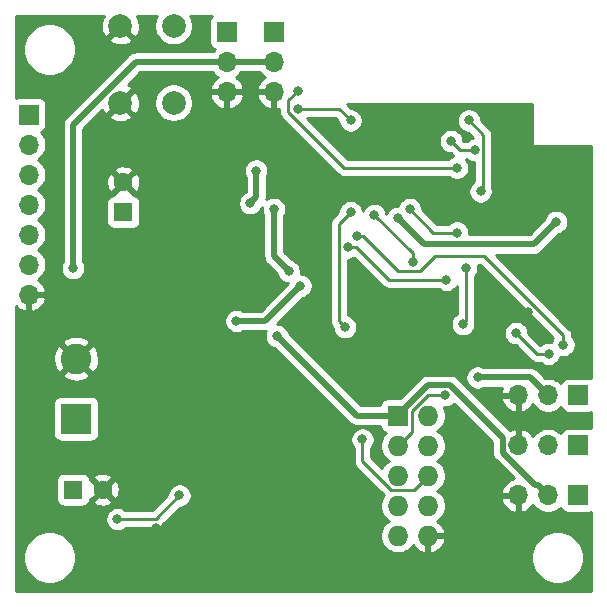
<source format=gbl>
G04 #@! TF.GenerationSoftware,KiCad,Pcbnew,(5.1.5)-3*
G04 #@! TF.CreationDate,2021-05-19T18:43:05+02:00*
G04 #@! TF.ProjectId,esp12Board,65737031-3242-46f6-9172-642e6b696361,rev?*
G04 #@! TF.SameCoordinates,Original*
G04 #@! TF.FileFunction,Copper,L2,Bot*
G04 #@! TF.FilePolarity,Positive*
%FSLAX46Y46*%
G04 Gerber Fmt 4.6, Leading zero omitted, Abs format (unit mm)*
G04 Created by KiCad (PCBNEW (5.1.5)-3) date 2021-05-19 18:43:05*
%MOMM*%
%LPD*%
G04 APERTURE LIST*
%ADD10O,1.700000X1.700000*%
%ADD11R,1.700000X1.700000*%
%ADD12O,1.727200X1.727200*%
%ADD13R,1.727200X1.727200*%
%ADD14C,1.600000*%
%ADD15R,1.600000X1.600000*%
%ADD16C,2.600000*%
%ADD17R,2.600000X2.600000*%
%ADD18C,2.000000*%
%ADD19C,0.800000*%
%ADD20C,0.500000*%
%ADD21C,0.250000*%
%ADD22C,0.254000*%
G04 APERTURE END LIST*
D10*
X52500000Y-42080000D03*
X52500000Y-39540000D03*
D11*
X52500000Y-37000000D03*
D10*
X48500000Y-42080000D03*
X48500000Y-39540000D03*
D11*
X48500000Y-37000000D03*
D12*
X65540000Y-79660000D03*
X63000000Y-79660000D03*
X65540000Y-77120000D03*
X63000000Y-77120000D03*
X65540000Y-74580000D03*
X63000000Y-74580000D03*
X65540000Y-72040000D03*
X63000000Y-72040000D03*
X65540000Y-69500000D03*
D13*
X63000000Y-69500000D03*
D10*
X73170000Y-76250000D03*
X75710000Y-76250000D03*
D11*
X78250000Y-76250000D03*
D10*
X73170000Y-72000000D03*
X75710000Y-72000000D03*
D11*
X78250000Y-72000000D03*
D14*
X38000000Y-75750000D03*
D15*
X35500000Y-75750000D03*
D14*
X39750000Y-49750000D03*
D15*
X39750000Y-52250000D03*
D16*
X35750000Y-64670000D03*
D17*
X35750000Y-69750000D03*
D18*
X44000000Y-43000000D03*
X39500000Y-43000000D03*
X44000000Y-36500000D03*
X39500000Y-36500000D03*
D10*
X73170000Y-67750000D03*
X75710000Y-67750000D03*
D11*
X78250000Y-67750000D03*
D10*
X31750000Y-59240000D03*
X31750000Y-56700000D03*
X31750000Y-54160000D03*
X31750000Y-51620000D03*
X31750000Y-49080000D03*
X31750000Y-46540000D03*
D11*
X31750000Y-44000000D03*
D19*
X56500016Y-63250000D03*
X74000000Y-60750000D03*
X51500000Y-78750000D03*
X54000000Y-78750000D03*
X43750000Y-78500000D03*
X42500000Y-79000000D03*
X41000000Y-76750000D03*
X43000000Y-82000000D03*
X36000000Y-79750000D03*
X32500000Y-72500000D03*
X50750000Y-46500000D03*
X54499990Y-52500000D03*
X52750000Y-62750000D03*
X54750000Y-58500000D03*
X52500000Y-52000000D03*
X53750000Y-57250000D03*
X51000000Y-48749990D03*
X76406442Y-53093558D03*
X63000000Y-52750000D03*
X50500000Y-51500000D03*
X49324994Y-61475000D03*
X69750000Y-66250000D03*
X35487340Y-57012660D03*
X44500000Y-76250000D03*
X39250000Y-78250000D03*
X61000000Y-52500000D03*
X64249999Y-56500000D03*
X77000000Y-63500000D03*
X59500000Y-54250000D03*
X59000000Y-52250000D03*
X58500000Y-62000000D03*
X60000000Y-71500000D03*
X58737347Y-55237347D03*
X67100001Y-58000000D03*
X73000000Y-62500000D03*
X75750000Y-64250000D03*
X67500000Y-46250001D03*
X69500000Y-47000000D03*
X54500000Y-43500000D03*
X59000000Y-44500000D03*
X69000000Y-44500000D03*
X70000000Y-50500000D03*
X54500000Y-42000000D03*
X68000000Y-48500000D03*
X68750000Y-57000000D03*
X68500000Y-61750000D03*
X67000000Y-67750000D03*
X64000000Y-52000000D03*
X68000000Y-54000000D03*
D20*
X63000000Y-69500000D02*
X59500000Y-69500000D01*
X59500000Y-69500000D02*
X53149999Y-63149999D01*
X53149999Y-63149999D02*
X52750000Y-62750000D01*
X74645999Y-75400001D02*
X74860001Y-75400001D01*
X71869999Y-71361997D02*
X71869999Y-72624001D01*
X74860001Y-75400001D02*
X75710000Y-76250000D01*
X67408001Y-66899999D02*
X71869999Y-71361997D01*
X71869999Y-72624001D02*
X74645999Y-75400001D01*
X65567685Y-66899999D02*
X67408001Y-66899999D01*
X63613591Y-68854093D02*
X65567685Y-66899999D01*
X63613591Y-69136409D02*
X63613591Y-68854093D01*
X63250000Y-69500000D02*
X63613591Y-69136409D01*
X63000000Y-69500000D02*
X63250000Y-69500000D01*
X76406442Y-53093558D02*
X74512660Y-54987340D01*
X65237340Y-54987340D02*
X63000000Y-52750000D01*
X74512660Y-54987340D02*
X65237340Y-54987340D01*
X51000000Y-48749990D02*
X51000000Y-51000000D01*
X51000000Y-51000000D02*
X50500000Y-51500000D01*
X52500000Y-52000000D02*
X52500000Y-56000000D01*
X52500000Y-56000000D02*
X53750000Y-57250000D01*
X51775000Y-61475000D02*
X49324994Y-61475000D01*
X54750000Y-58500000D02*
X51775000Y-61475000D01*
X74210000Y-66250000D02*
X75710000Y-67750000D01*
X69750000Y-66250000D02*
X74210000Y-66250000D01*
X48500000Y-39540000D02*
X52500000Y-39540000D01*
X35487340Y-44866658D02*
X35487340Y-56446975D01*
X40813998Y-39540000D02*
X35487340Y-44866658D01*
X48500000Y-39540000D02*
X40813998Y-39540000D01*
X35487340Y-56446975D02*
X35487340Y-57012660D01*
D21*
X44500000Y-76250000D02*
X42500000Y-78250000D01*
X42500000Y-78250000D02*
X39250000Y-78250000D01*
X64249999Y-55749999D02*
X64249999Y-56500000D01*
X61000000Y-52500000D02*
X64249999Y-55749999D01*
X60065685Y-54250000D02*
X59500000Y-54250000D01*
X70298004Y-55975002D02*
X66098006Y-55975002D01*
X66098006Y-55975002D02*
X64848002Y-57225006D01*
X64848002Y-57225006D02*
X63040691Y-57225006D01*
X77000000Y-62676998D02*
X70298004Y-55975002D01*
X63040691Y-57225006D02*
X60065685Y-54250000D01*
X77000000Y-63500000D02*
X77000000Y-62676998D01*
X58012346Y-61512346D02*
X58500000Y-62000000D01*
X59000000Y-52250000D02*
X58012346Y-53237654D01*
X58012346Y-53237654D02*
X58012346Y-61512346D01*
X64676401Y-75443599D02*
X65540000Y-74580000D01*
X64351399Y-75768601D02*
X64676401Y-75443599D01*
X62429471Y-75768601D02*
X64351399Y-75768601D01*
X60000000Y-73339130D02*
X62429471Y-75768601D01*
X60000000Y-71500000D02*
X60000000Y-73339130D01*
X73000000Y-62500000D02*
X74750000Y-64250000D01*
X74750000Y-64250000D02*
X75750000Y-64250000D01*
X58737347Y-55237347D02*
X59487345Y-55237347D01*
X59487345Y-55237347D02*
X61849999Y-57600001D01*
X61849999Y-57600001D02*
X62249998Y-58000000D01*
X62250000Y-58000000D02*
X67100001Y-58000000D01*
X62000000Y-57750000D02*
X62250000Y-58000000D01*
X69500000Y-47000000D02*
X68249999Y-47000000D01*
X68249999Y-47000000D02*
X67500000Y-46250001D01*
X54500000Y-43500000D02*
X58000000Y-43500000D01*
X58000000Y-43500000D02*
X59000000Y-44500000D01*
X70225001Y-50274999D02*
X70000000Y-50500000D01*
X69000000Y-44500000D02*
X70225001Y-45725001D01*
X70225001Y-45725001D02*
X70225001Y-50274999D01*
X58426998Y-48500000D02*
X67434315Y-48500000D01*
X54500000Y-42000000D02*
X53700009Y-42799991D01*
X53700009Y-42799991D02*
X53700009Y-43773011D01*
X67434315Y-48500000D02*
X68000000Y-48500000D01*
X53700009Y-43773011D02*
X58426998Y-48500000D01*
X68750000Y-57000000D02*
X68750000Y-61500000D01*
X68750000Y-61500000D02*
X68500000Y-61750000D01*
X64188601Y-70851399D02*
X63863599Y-71176401D01*
X63863599Y-71176401D02*
X63000000Y-72040000D01*
X64188601Y-69092269D02*
X64188601Y-70851399D01*
X65530870Y-67750000D02*
X64188601Y-69092269D01*
X67000000Y-67750000D02*
X65530870Y-67750000D01*
X64000000Y-52000000D02*
X66000000Y-54000000D01*
X66000000Y-54000000D02*
X68000000Y-54000000D01*
D22*
G36*
X37959296Y-35929571D02*
G01*
X37877616Y-36241108D01*
X37858282Y-36562595D01*
X37902039Y-36881675D01*
X38007205Y-37186088D01*
X38100186Y-37360044D01*
X38364587Y-37455808D01*
X39320395Y-36500000D01*
X39306253Y-36485858D01*
X39485858Y-36306253D01*
X39500000Y-36320395D01*
X39514143Y-36306253D01*
X39693748Y-36485858D01*
X39679605Y-36500000D01*
X40635413Y-37455808D01*
X40899814Y-37360044D01*
X41040704Y-37070429D01*
X41122384Y-36758892D01*
X41141718Y-36437405D01*
X41097961Y-36118325D01*
X40992795Y-35813912D01*
X40910528Y-35660000D01*
X42594872Y-35660000D01*
X42551082Y-35725537D01*
X42427832Y-36023088D01*
X42365000Y-36338967D01*
X42365000Y-36661033D01*
X42427832Y-36976912D01*
X42551082Y-37274463D01*
X42730013Y-37542252D01*
X42957748Y-37769987D01*
X43225537Y-37948918D01*
X43523088Y-38072168D01*
X43838967Y-38135000D01*
X44161033Y-38135000D01*
X44476912Y-38072168D01*
X44774463Y-37948918D01*
X45042252Y-37769987D01*
X45269987Y-37542252D01*
X45448918Y-37274463D01*
X45572168Y-36976912D01*
X45635000Y-36661033D01*
X45635000Y-36338967D01*
X45572168Y-36023088D01*
X45448918Y-35725537D01*
X45405128Y-35660000D01*
X47246111Y-35660000D01*
X47198815Y-35698815D01*
X47119463Y-35795506D01*
X47060498Y-35905820D01*
X47024188Y-36025518D01*
X47011928Y-36150000D01*
X47011928Y-37850000D01*
X47024188Y-37974482D01*
X47060498Y-38094180D01*
X47119463Y-38204494D01*
X47198815Y-38301185D01*
X47295506Y-38380537D01*
X47405820Y-38439502D01*
X47478380Y-38461513D01*
X47346525Y-38593368D01*
X47305344Y-38655000D01*
X40857467Y-38655000D01*
X40813998Y-38650719D01*
X40770529Y-38655000D01*
X40770521Y-38655000D01*
X40655304Y-38666348D01*
X40640507Y-38667805D01*
X40589901Y-38683157D01*
X40473685Y-38718411D01*
X40319939Y-38800589D01*
X40319937Y-38800590D01*
X40319938Y-38800590D01*
X40218951Y-38883468D01*
X40218949Y-38883470D01*
X40185181Y-38911183D01*
X40157468Y-38944951D01*
X34892296Y-44210124D01*
X34858523Y-44237841D01*
X34747929Y-44372600D01*
X34665751Y-44526346D01*
X34615145Y-44693169D01*
X34602340Y-44823182D01*
X34602340Y-44823189D01*
X34598059Y-44866658D01*
X34602340Y-44910127D01*
X34602341Y-56403489D01*
X34602340Y-56403499D01*
X34602340Y-56474206D01*
X34570135Y-56522404D01*
X34492114Y-56710762D01*
X34452340Y-56910721D01*
X34452340Y-57114599D01*
X34492114Y-57314558D01*
X34570135Y-57502916D01*
X34683403Y-57672434D01*
X34827566Y-57816597D01*
X34997084Y-57929865D01*
X35185442Y-58007886D01*
X35385401Y-58047660D01*
X35589279Y-58047660D01*
X35789238Y-58007886D01*
X35977596Y-57929865D01*
X36147114Y-57816597D01*
X36291277Y-57672434D01*
X36404545Y-57502916D01*
X36482566Y-57314558D01*
X36522340Y-57114599D01*
X36522340Y-56910721D01*
X36482566Y-56710762D01*
X36404545Y-56522404D01*
X36372340Y-56474206D01*
X36372340Y-51450000D01*
X38311928Y-51450000D01*
X38311928Y-53050000D01*
X38324188Y-53174482D01*
X38360498Y-53294180D01*
X38419463Y-53404494D01*
X38498815Y-53501185D01*
X38595506Y-53580537D01*
X38705820Y-53639502D01*
X38825518Y-53675812D01*
X38950000Y-53688072D01*
X40550000Y-53688072D01*
X40674482Y-53675812D01*
X40794180Y-53639502D01*
X40904494Y-53580537D01*
X41001185Y-53501185D01*
X41080537Y-53404494D01*
X41139502Y-53294180D01*
X41175812Y-53174482D01*
X41188072Y-53050000D01*
X41188072Y-51450000D01*
X41175812Y-51325518D01*
X41139502Y-51205820D01*
X41080537Y-51095506D01*
X41001185Y-50998815D01*
X40904494Y-50919463D01*
X40794180Y-50860498D01*
X40674482Y-50824188D01*
X40550000Y-50811928D01*
X40542785Y-50811928D01*
X40563097Y-50742702D01*
X39750000Y-49929605D01*
X38936903Y-50742702D01*
X38957215Y-50811928D01*
X38950000Y-50811928D01*
X38825518Y-50824188D01*
X38705820Y-50860498D01*
X38595506Y-50919463D01*
X38498815Y-50998815D01*
X38419463Y-51095506D01*
X38360498Y-51205820D01*
X38324188Y-51325518D01*
X38311928Y-51450000D01*
X36372340Y-51450000D01*
X36372340Y-49820512D01*
X38309783Y-49820512D01*
X38351213Y-50100130D01*
X38446397Y-50366292D01*
X38513329Y-50491514D01*
X38757298Y-50563097D01*
X39570395Y-49750000D01*
X39929605Y-49750000D01*
X40742702Y-50563097D01*
X40986671Y-50491514D01*
X41107571Y-50236004D01*
X41176300Y-49961816D01*
X41190217Y-49679488D01*
X41148787Y-49399870D01*
X41053603Y-49133708D01*
X40986671Y-49008486D01*
X40742702Y-48936903D01*
X39929605Y-49750000D01*
X39570395Y-49750000D01*
X38757298Y-48936903D01*
X38513329Y-49008486D01*
X38392429Y-49263996D01*
X38323700Y-49538184D01*
X38309783Y-49820512D01*
X36372340Y-49820512D01*
X36372340Y-48757298D01*
X38936903Y-48757298D01*
X39750000Y-49570395D01*
X40563097Y-48757298D01*
X40491514Y-48513329D01*
X40236004Y-48392429D01*
X39961816Y-48323700D01*
X39679488Y-48309783D01*
X39399870Y-48351213D01*
X39133708Y-48446397D01*
X39008486Y-48513329D01*
X38936903Y-48757298D01*
X36372340Y-48757298D01*
X36372340Y-45233236D01*
X37470163Y-44135413D01*
X38544192Y-44135413D01*
X38639956Y-44399814D01*
X38929571Y-44540704D01*
X39241108Y-44622384D01*
X39562595Y-44641718D01*
X39881675Y-44597961D01*
X40186088Y-44492795D01*
X40360044Y-44399814D01*
X40455808Y-44135413D01*
X39500000Y-43179605D01*
X38544192Y-44135413D01*
X37470163Y-44135413D01*
X37984682Y-43620894D01*
X38007205Y-43686088D01*
X38100186Y-43860044D01*
X38364587Y-43955808D01*
X39320395Y-43000000D01*
X39679605Y-43000000D01*
X40635413Y-43955808D01*
X40899814Y-43860044D01*
X41040704Y-43570429D01*
X41122384Y-43258892D01*
X41141718Y-42937405D01*
X41128219Y-42838967D01*
X42365000Y-42838967D01*
X42365000Y-43161033D01*
X42427832Y-43476912D01*
X42551082Y-43774463D01*
X42730013Y-44042252D01*
X42957748Y-44269987D01*
X43225537Y-44448918D01*
X43523088Y-44572168D01*
X43838967Y-44635000D01*
X44161033Y-44635000D01*
X44476912Y-44572168D01*
X44774463Y-44448918D01*
X45042252Y-44269987D01*
X45269987Y-44042252D01*
X45448918Y-43774463D01*
X45572168Y-43476912D01*
X45635000Y-43161033D01*
X45635000Y-42838967D01*
X45572168Y-42523088D01*
X45536464Y-42436890D01*
X47058524Y-42436890D01*
X47103175Y-42584099D01*
X47228359Y-42846920D01*
X47402412Y-43080269D01*
X47618645Y-43275178D01*
X47868748Y-43424157D01*
X48143109Y-43521481D01*
X48373000Y-43400814D01*
X48373000Y-42207000D01*
X48627000Y-42207000D01*
X48627000Y-43400814D01*
X48856891Y-43521481D01*
X49131252Y-43424157D01*
X49381355Y-43275178D01*
X49597588Y-43080269D01*
X49771641Y-42846920D01*
X49896825Y-42584099D01*
X49941476Y-42436890D01*
X51058524Y-42436890D01*
X51103175Y-42584099D01*
X51228359Y-42846920D01*
X51402412Y-43080269D01*
X51618645Y-43275178D01*
X51868748Y-43424157D01*
X52143109Y-43521481D01*
X52373000Y-43400814D01*
X52373000Y-42207000D01*
X51179845Y-42207000D01*
X51058524Y-42436890D01*
X49941476Y-42436890D01*
X49820155Y-42207000D01*
X48627000Y-42207000D01*
X48373000Y-42207000D01*
X47179845Y-42207000D01*
X47058524Y-42436890D01*
X45536464Y-42436890D01*
X45448918Y-42225537D01*
X45269987Y-41957748D01*
X45042252Y-41730013D01*
X44774463Y-41551082D01*
X44476912Y-41427832D01*
X44161033Y-41365000D01*
X43838967Y-41365000D01*
X43523088Y-41427832D01*
X43225537Y-41551082D01*
X42957748Y-41730013D01*
X42730013Y-41957748D01*
X42551082Y-42225537D01*
X42427832Y-42523088D01*
X42365000Y-42838967D01*
X41128219Y-42838967D01*
X41097961Y-42618325D01*
X40992795Y-42313912D01*
X40899814Y-42139956D01*
X40635413Y-42044192D01*
X39679605Y-43000000D01*
X39320395Y-43000000D01*
X39306253Y-42985858D01*
X39485858Y-42806253D01*
X39500000Y-42820395D01*
X40455808Y-41864587D01*
X40360044Y-41600186D01*
X40121457Y-41484120D01*
X41180577Y-40425000D01*
X47305344Y-40425000D01*
X47346525Y-40486632D01*
X47553368Y-40693475D01*
X47735534Y-40815195D01*
X47618645Y-40884822D01*
X47402412Y-41079731D01*
X47228359Y-41313080D01*
X47103175Y-41575901D01*
X47058524Y-41723110D01*
X47179845Y-41953000D01*
X48373000Y-41953000D01*
X48373000Y-41933000D01*
X48627000Y-41933000D01*
X48627000Y-41953000D01*
X49820155Y-41953000D01*
X49941476Y-41723110D01*
X49896825Y-41575901D01*
X49771641Y-41313080D01*
X49597588Y-41079731D01*
X49381355Y-40884822D01*
X49264466Y-40815195D01*
X49446632Y-40693475D01*
X49653475Y-40486632D01*
X49694656Y-40425000D01*
X51305344Y-40425000D01*
X51346525Y-40486632D01*
X51553368Y-40693475D01*
X51735534Y-40815195D01*
X51618645Y-40884822D01*
X51402412Y-41079731D01*
X51228359Y-41313080D01*
X51103175Y-41575901D01*
X51058524Y-41723110D01*
X51179845Y-41953000D01*
X52373000Y-41953000D01*
X52373000Y-41933000D01*
X52627000Y-41933000D01*
X52627000Y-41953000D01*
X52647000Y-41953000D01*
X52647000Y-42207000D01*
X52627000Y-42207000D01*
X52627000Y-43400814D01*
X52856891Y-43521481D01*
X52940010Y-43491996D01*
X52940010Y-43735679D01*
X52936333Y-43773011D01*
X52940010Y-43810344D01*
X52951007Y-43921997D01*
X52955316Y-43936201D01*
X52994463Y-44065257D01*
X53065035Y-44197287D01*
X53107478Y-44249003D01*
X53160009Y-44313012D01*
X53189007Y-44336810D01*
X57863199Y-49011003D01*
X57886997Y-49040001D01*
X57915995Y-49063799D01*
X58002721Y-49134974D01*
X58134751Y-49205546D01*
X58278012Y-49249003D01*
X58389665Y-49260000D01*
X58389675Y-49260000D01*
X58426998Y-49263676D01*
X58464321Y-49260000D01*
X67296289Y-49260000D01*
X67340226Y-49303937D01*
X67509744Y-49417205D01*
X67698102Y-49495226D01*
X67898061Y-49535000D01*
X68101939Y-49535000D01*
X68301898Y-49495226D01*
X68490256Y-49417205D01*
X68659774Y-49303937D01*
X68803937Y-49159774D01*
X68917205Y-48990256D01*
X68995226Y-48801898D01*
X69035000Y-48601939D01*
X69035000Y-48398061D01*
X68995226Y-48198102D01*
X68917205Y-48009744D01*
X68803937Y-47840226D01*
X68723711Y-47760000D01*
X68796289Y-47760000D01*
X68840226Y-47803937D01*
X69009744Y-47917205D01*
X69198102Y-47995226D01*
X69398061Y-48035000D01*
X69465002Y-48035000D01*
X69465002Y-49612691D01*
X69340226Y-49696063D01*
X69196063Y-49840226D01*
X69082795Y-50009744D01*
X69004774Y-50198102D01*
X68965000Y-50398061D01*
X68965000Y-50601939D01*
X69004774Y-50801898D01*
X69082795Y-50990256D01*
X69196063Y-51159774D01*
X69340226Y-51303937D01*
X69509744Y-51417205D01*
X69698102Y-51495226D01*
X69898061Y-51535000D01*
X70101939Y-51535000D01*
X70301898Y-51495226D01*
X70490256Y-51417205D01*
X70659774Y-51303937D01*
X70803937Y-51159774D01*
X70917205Y-50990256D01*
X70995226Y-50801898D01*
X71035000Y-50601939D01*
X71035000Y-50398061D01*
X70995226Y-50198102D01*
X70985001Y-50173417D01*
X70985001Y-45762323D01*
X70988677Y-45725000D01*
X70985001Y-45687677D01*
X70985001Y-45687668D01*
X70974004Y-45576015D01*
X70930547Y-45432754D01*
X70859976Y-45300726D01*
X70859975Y-45300724D01*
X70788800Y-45213998D01*
X70765002Y-45185000D01*
X70736005Y-45161203D01*
X70035000Y-44460199D01*
X70035000Y-44398061D01*
X69995226Y-44198102D01*
X69917205Y-44009744D01*
X69803937Y-43840226D01*
X69659774Y-43696063D01*
X69490256Y-43582795D01*
X69301898Y-43504774D01*
X69101939Y-43465000D01*
X68898061Y-43465000D01*
X68698102Y-43504774D01*
X68509744Y-43582795D01*
X68340226Y-43696063D01*
X68196063Y-43840226D01*
X68082795Y-44009744D01*
X68004774Y-44198102D01*
X67965000Y-44398061D01*
X67965000Y-44601939D01*
X68004774Y-44801898D01*
X68082795Y-44990256D01*
X68196063Y-45159774D01*
X68340226Y-45303937D01*
X68509744Y-45417205D01*
X68698102Y-45495226D01*
X68898061Y-45535000D01*
X68960199Y-45535000D01*
X69391503Y-45966305D01*
X69198102Y-46004774D01*
X69009744Y-46082795D01*
X68840226Y-46196063D01*
X68796289Y-46240000D01*
X68564801Y-46240000D01*
X68535000Y-46210199D01*
X68535000Y-46148062D01*
X68495226Y-45948103D01*
X68417205Y-45759745D01*
X68303937Y-45590227D01*
X68159774Y-45446064D01*
X67990256Y-45332796D01*
X67801898Y-45254775D01*
X67601939Y-45215001D01*
X67398061Y-45215001D01*
X67198102Y-45254775D01*
X67009744Y-45332796D01*
X66840226Y-45446064D01*
X66696063Y-45590227D01*
X66582795Y-45759745D01*
X66504774Y-45948103D01*
X66465000Y-46148062D01*
X66465000Y-46351940D01*
X66504774Y-46551899D01*
X66582795Y-46740257D01*
X66696063Y-46909775D01*
X66840226Y-47053938D01*
X67009744Y-47167206D01*
X67198102Y-47245227D01*
X67398061Y-47285001D01*
X67460198Y-47285001D01*
X67685282Y-47510084D01*
X67509744Y-47582795D01*
X67340226Y-47696063D01*
X67296289Y-47740000D01*
X58741800Y-47740000D01*
X55261799Y-44260000D01*
X57685199Y-44260000D01*
X57965000Y-44539802D01*
X57965000Y-44601939D01*
X58004774Y-44801898D01*
X58082795Y-44990256D01*
X58196063Y-45159774D01*
X58340226Y-45303937D01*
X58509744Y-45417205D01*
X58698102Y-45495226D01*
X58898061Y-45535000D01*
X59101939Y-45535000D01*
X59301898Y-45495226D01*
X59490256Y-45417205D01*
X59659774Y-45303937D01*
X59803937Y-45159774D01*
X59917205Y-44990256D01*
X59995226Y-44801898D01*
X60035000Y-44601939D01*
X60035000Y-44398061D01*
X59995226Y-44198102D01*
X59917205Y-44009744D01*
X59803937Y-43840226D01*
X59659774Y-43696063D01*
X59490256Y-43582795D01*
X59301898Y-43504774D01*
X59101939Y-43465000D01*
X59039802Y-43465000D01*
X58701802Y-43127000D01*
X74373000Y-43127000D01*
X74373000Y-46500000D01*
X74375440Y-46524776D01*
X74382667Y-46548601D01*
X74394403Y-46570557D01*
X74410197Y-46589803D01*
X74429443Y-46605597D01*
X74451399Y-46617333D01*
X74475224Y-46624560D01*
X74500000Y-46627000D01*
X79340000Y-46627000D01*
X79340001Y-66309230D01*
X79224482Y-66274188D01*
X79100000Y-66261928D01*
X77400000Y-66261928D01*
X77275518Y-66274188D01*
X77155820Y-66310498D01*
X77045506Y-66369463D01*
X76948815Y-66448815D01*
X76869463Y-66545506D01*
X76810498Y-66655820D01*
X76788487Y-66728380D01*
X76656632Y-66596525D01*
X76413411Y-66434010D01*
X76143158Y-66322068D01*
X75856260Y-66265000D01*
X75563740Y-66265000D01*
X75491040Y-66279461D01*
X74866534Y-65654956D01*
X74838817Y-65621183D01*
X74704059Y-65510589D01*
X74550313Y-65428411D01*
X74383490Y-65377805D01*
X74253477Y-65365000D01*
X74253469Y-65365000D01*
X74210000Y-65360719D01*
X74166531Y-65365000D01*
X70288454Y-65365000D01*
X70240256Y-65332795D01*
X70051898Y-65254774D01*
X69851939Y-65215000D01*
X69648061Y-65215000D01*
X69448102Y-65254774D01*
X69259744Y-65332795D01*
X69090226Y-65446063D01*
X68946063Y-65590226D01*
X68832795Y-65759744D01*
X68754774Y-65948102D01*
X68715000Y-66148061D01*
X68715000Y-66351939D01*
X68754774Y-66551898D01*
X68832795Y-66740256D01*
X68946063Y-66909774D01*
X69090226Y-67053937D01*
X69259744Y-67167205D01*
X69448102Y-67245226D01*
X69648061Y-67285000D01*
X69851939Y-67285000D01*
X70051898Y-67245226D01*
X70240256Y-67167205D01*
X70288454Y-67135000D01*
X71820078Y-67135000D01*
X71728519Y-67393109D01*
X71849186Y-67623000D01*
X73043000Y-67623000D01*
X73043000Y-67603000D01*
X73297000Y-67603000D01*
X73297000Y-67623000D01*
X73317000Y-67623000D01*
X73317000Y-67877000D01*
X73297000Y-67877000D01*
X73297000Y-69070155D01*
X73526890Y-69191476D01*
X73674099Y-69146825D01*
X73936920Y-69021641D01*
X74170269Y-68847588D01*
X74365178Y-68631355D01*
X74434805Y-68514466D01*
X74556525Y-68696632D01*
X74763368Y-68903475D01*
X75006589Y-69065990D01*
X75276842Y-69177932D01*
X75563740Y-69235000D01*
X75856260Y-69235000D01*
X76143158Y-69177932D01*
X76413411Y-69065990D01*
X76656632Y-68903475D01*
X76788487Y-68771620D01*
X76810498Y-68844180D01*
X76869463Y-68954494D01*
X76948815Y-69051185D01*
X77045506Y-69130537D01*
X77155820Y-69189502D01*
X77275518Y-69225812D01*
X77400000Y-69238072D01*
X79100000Y-69238072D01*
X79224482Y-69225812D01*
X79340001Y-69190770D01*
X79340001Y-70559230D01*
X79224482Y-70524188D01*
X79100000Y-70511928D01*
X77400000Y-70511928D01*
X77275518Y-70524188D01*
X77155820Y-70560498D01*
X77045506Y-70619463D01*
X76948815Y-70698815D01*
X76869463Y-70795506D01*
X76810498Y-70905820D01*
X76788487Y-70978380D01*
X76656632Y-70846525D01*
X76413411Y-70684010D01*
X76143158Y-70572068D01*
X75856260Y-70515000D01*
X75563740Y-70515000D01*
X75276842Y-70572068D01*
X75006589Y-70684010D01*
X74763368Y-70846525D01*
X74556525Y-71053368D01*
X74434805Y-71235534D01*
X74365178Y-71118645D01*
X74170269Y-70902412D01*
X73936920Y-70728359D01*
X73674099Y-70603175D01*
X73526890Y-70558524D01*
X73297000Y-70679845D01*
X73297000Y-71873000D01*
X73317000Y-71873000D01*
X73317000Y-72127000D01*
X73297000Y-72127000D01*
X73297000Y-72147000D01*
X73043000Y-72147000D01*
X73043000Y-72127000D01*
X73023000Y-72127000D01*
X73023000Y-71873000D01*
X73043000Y-71873000D01*
X73043000Y-70679845D01*
X72813110Y-70558524D01*
X72665901Y-70603175D01*
X72460561Y-70700980D01*
X69866472Y-68106891D01*
X71728519Y-68106891D01*
X71825843Y-68381252D01*
X71974822Y-68631355D01*
X72169731Y-68847588D01*
X72403080Y-69021641D01*
X72665901Y-69146825D01*
X72813110Y-69191476D01*
X73043000Y-69070155D01*
X73043000Y-67877000D01*
X71849186Y-67877000D01*
X71728519Y-68106891D01*
X69866472Y-68106891D01*
X68064535Y-66304955D01*
X68036818Y-66271182D01*
X67902060Y-66160588D01*
X67748314Y-66078410D01*
X67581491Y-66027804D01*
X67451478Y-66014999D01*
X67451470Y-66014999D01*
X67408001Y-66010718D01*
X67364532Y-66014999D01*
X65611150Y-66014999D01*
X65567684Y-66010718D01*
X65524218Y-66014999D01*
X65524208Y-66014999D01*
X65394195Y-66027804D01*
X65227372Y-66078410D01*
X65073626Y-66160588D01*
X65073624Y-66160589D01*
X65073625Y-66160589D01*
X64972638Y-66243467D01*
X64972636Y-66243469D01*
X64938868Y-66271182D01*
X64911155Y-66304950D01*
X63217778Y-67998328D01*
X62136400Y-67998328D01*
X62011918Y-68010588D01*
X61892220Y-68046898D01*
X61781906Y-68105863D01*
X61685215Y-68185215D01*
X61605863Y-68281906D01*
X61546898Y-68392220D01*
X61510588Y-68511918D01*
X61500436Y-68615000D01*
X59866579Y-68615000D01*
X53756535Y-62504957D01*
X53745226Y-62448102D01*
X53667205Y-62259744D01*
X53553937Y-62090226D01*
X53409774Y-61946063D01*
X53240256Y-61832795D01*
X53051898Y-61754774D01*
X52851939Y-61715000D01*
X52786578Y-61715000D01*
X54995044Y-59506535D01*
X55051898Y-59495226D01*
X55240256Y-59417205D01*
X55409774Y-59303937D01*
X55553937Y-59159774D01*
X55667205Y-58990256D01*
X55745226Y-58801898D01*
X55785000Y-58601939D01*
X55785000Y-58398061D01*
X55745226Y-58198102D01*
X55667205Y-58009744D01*
X55553937Y-57840226D01*
X55409774Y-57696063D01*
X55240256Y-57582795D01*
X55051898Y-57504774D01*
X54851939Y-57465000D01*
X54762511Y-57465000D01*
X54785000Y-57351939D01*
X54785000Y-57148061D01*
X54745226Y-56948102D01*
X54667205Y-56759744D01*
X54553937Y-56590226D01*
X54409774Y-56446063D01*
X54240256Y-56332795D01*
X54051898Y-56254774D01*
X53995044Y-56243465D01*
X53385000Y-55633422D01*
X53385000Y-53237654D01*
X57248670Y-53237654D01*
X57252346Y-53274976D01*
X57252347Y-61475014D01*
X57248670Y-61512346D01*
X57263344Y-61661331D01*
X57306800Y-61804592D01*
X57377372Y-61936622D01*
X57438077Y-62010590D01*
X57465000Y-62043396D01*
X57465000Y-62101939D01*
X57504774Y-62301898D01*
X57582795Y-62490256D01*
X57696063Y-62659774D01*
X57840226Y-62803937D01*
X58009744Y-62917205D01*
X58198102Y-62995226D01*
X58398061Y-63035000D01*
X58601939Y-63035000D01*
X58801898Y-62995226D01*
X58990256Y-62917205D01*
X59159774Y-62803937D01*
X59303937Y-62659774D01*
X59417205Y-62490256D01*
X59495226Y-62301898D01*
X59535000Y-62101939D01*
X59535000Y-61898061D01*
X59495226Y-61698102D01*
X59417205Y-61509744D01*
X59303937Y-61340226D01*
X59159774Y-61196063D01*
X58990256Y-61082795D01*
X58801898Y-61004774D01*
X58772346Y-60998896D01*
X58772346Y-56272347D01*
X58839286Y-56272347D01*
X59039245Y-56232573D01*
X59227603Y-56154552D01*
X59288835Y-56113638D01*
X61338996Y-58163800D01*
X61339002Y-58163805D01*
X61686205Y-58511008D01*
X61709999Y-58540001D01*
X61738992Y-58563795D01*
X61738996Y-58563799D01*
X61825722Y-58634974D01*
X61957751Y-58705546D01*
X62044665Y-58731910D01*
X62101014Y-58749003D01*
X62212667Y-58760000D01*
X62212675Y-58760000D01*
X62249997Y-58763676D01*
X62249999Y-58763676D01*
X62287322Y-58760000D01*
X66396290Y-58760000D01*
X66440227Y-58803937D01*
X66609745Y-58917205D01*
X66798103Y-58995226D01*
X66998062Y-59035000D01*
X67201940Y-59035000D01*
X67401899Y-58995226D01*
X67590257Y-58917205D01*
X67759775Y-58803937D01*
X67903938Y-58659774D01*
X67990000Y-58530972D01*
X67990001Y-60845987D01*
X67840226Y-60946063D01*
X67696063Y-61090226D01*
X67582795Y-61259744D01*
X67504774Y-61448102D01*
X67465000Y-61648061D01*
X67465000Y-61851939D01*
X67504774Y-62051898D01*
X67582795Y-62240256D01*
X67696063Y-62409774D01*
X67840226Y-62553937D01*
X68009744Y-62667205D01*
X68198102Y-62745226D01*
X68398061Y-62785000D01*
X68601939Y-62785000D01*
X68801898Y-62745226D01*
X68990256Y-62667205D01*
X69159774Y-62553937D01*
X69303937Y-62409774D01*
X69417205Y-62240256D01*
X69495226Y-62051898D01*
X69535000Y-61851939D01*
X69535000Y-61648061D01*
X69510985Y-61527327D01*
X69513676Y-61500001D01*
X69510000Y-61462678D01*
X69510000Y-57703711D01*
X69553937Y-57659774D01*
X69667205Y-57490256D01*
X69745226Y-57301898D01*
X69785000Y-57101939D01*
X69785000Y-56898061D01*
X69752566Y-56735002D01*
X69983203Y-56735002D01*
X76152950Y-62904750D01*
X76082795Y-63009744D01*
X76004774Y-63198102D01*
X75995724Y-63243600D01*
X75851939Y-63215000D01*
X75648061Y-63215000D01*
X75448102Y-63254774D01*
X75259744Y-63332795D01*
X75090226Y-63446063D01*
X75055545Y-63480744D01*
X74035000Y-62460199D01*
X74035000Y-62398061D01*
X73995226Y-62198102D01*
X73917205Y-62009744D01*
X73803937Y-61840226D01*
X73659774Y-61696063D01*
X73490256Y-61582795D01*
X73301898Y-61504774D01*
X73101939Y-61465000D01*
X72898061Y-61465000D01*
X72698102Y-61504774D01*
X72509744Y-61582795D01*
X72340226Y-61696063D01*
X72196063Y-61840226D01*
X72082795Y-62009744D01*
X72004774Y-62198102D01*
X71965000Y-62398061D01*
X71965000Y-62601939D01*
X72004774Y-62801898D01*
X72082795Y-62990256D01*
X72196063Y-63159774D01*
X72340226Y-63303937D01*
X72509744Y-63417205D01*
X72698102Y-63495226D01*
X72898061Y-63535000D01*
X72960199Y-63535000D01*
X74186201Y-64761003D01*
X74209999Y-64790001D01*
X74325724Y-64884974D01*
X74457753Y-64955546D01*
X74601014Y-64999003D01*
X74712667Y-65010000D01*
X74712675Y-65010000D01*
X74750000Y-65013676D01*
X74787325Y-65010000D01*
X75046289Y-65010000D01*
X75090226Y-65053937D01*
X75259744Y-65167205D01*
X75448102Y-65245226D01*
X75648061Y-65285000D01*
X75851939Y-65285000D01*
X76051898Y-65245226D01*
X76240256Y-65167205D01*
X76409774Y-65053937D01*
X76553937Y-64909774D01*
X76667205Y-64740256D01*
X76745226Y-64551898D01*
X76754276Y-64506400D01*
X76898061Y-64535000D01*
X77101939Y-64535000D01*
X77301898Y-64495226D01*
X77490256Y-64417205D01*
X77659774Y-64303937D01*
X77803937Y-64159774D01*
X77917205Y-63990256D01*
X77995226Y-63801898D01*
X78035000Y-63601939D01*
X78035000Y-63398061D01*
X77995226Y-63198102D01*
X77917205Y-63009744D01*
X77803937Y-62840226D01*
X77760000Y-62796289D01*
X77760000Y-62714323D01*
X77763676Y-62676998D01*
X77760000Y-62639673D01*
X77760000Y-62639665D01*
X77749003Y-62528012D01*
X77705546Y-62384751D01*
X77634974Y-62252722D01*
X77540001Y-62136997D01*
X77511003Y-62113199D01*
X71270143Y-55872340D01*
X74469191Y-55872340D01*
X74512660Y-55876621D01*
X74556129Y-55872340D01*
X74556137Y-55872340D01*
X74686150Y-55859535D01*
X74852973Y-55808929D01*
X75006719Y-55726751D01*
X75141477Y-55616157D01*
X75169194Y-55582384D01*
X76651486Y-54100093D01*
X76708340Y-54088784D01*
X76896698Y-54010763D01*
X77066216Y-53897495D01*
X77210379Y-53753332D01*
X77323647Y-53583814D01*
X77401668Y-53395456D01*
X77441442Y-53195497D01*
X77441442Y-52991619D01*
X77401668Y-52791660D01*
X77323647Y-52603302D01*
X77210379Y-52433784D01*
X77066216Y-52289621D01*
X76896698Y-52176353D01*
X76708340Y-52098332D01*
X76508381Y-52058558D01*
X76304503Y-52058558D01*
X76104544Y-52098332D01*
X75916186Y-52176353D01*
X75746668Y-52289621D01*
X75602505Y-52433784D01*
X75489237Y-52603302D01*
X75411216Y-52791660D01*
X75399907Y-52848514D01*
X74146082Y-54102340D01*
X69034920Y-54102340D01*
X69035000Y-54101939D01*
X69035000Y-53898061D01*
X68995226Y-53698102D01*
X68917205Y-53509744D01*
X68803937Y-53340226D01*
X68659774Y-53196063D01*
X68490256Y-53082795D01*
X68301898Y-53004774D01*
X68101939Y-52965000D01*
X67898061Y-52965000D01*
X67698102Y-53004774D01*
X67509744Y-53082795D01*
X67340226Y-53196063D01*
X67296289Y-53240000D01*
X66314802Y-53240000D01*
X65035000Y-51960199D01*
X65035000Y-51898061D01*
X64995226Y-51698102D01*
X64917205Y-51509744D01*
X64803937Y-51340226D01*
X64659774Y-51196063D01*
X64490256Y-51082795D01*
X64301898Y-51004774D01*
X64101939Y-50965000D01*
X63898061Y-50965000D01*
X63698102Y-51004774D01*
X63509744Y-51082795D01*
X63340226Y-51196063D01*
X63196063Y-51340226D01*
X63082795Y-51509744D01*
X63004774Y-51698102D01*
X63001413Y-51715000D01*
X62898061Y-51715000D01*
X62698102Y-51754774D01*
X62509744Y-51832795D01*
X62340226Y-51946063D01*
X62196063Y-52090226D01*
X62082795Y-52259744D01*
X62031919Y-52382570D01*
X61995226Y-52198102D01*
X61917205Y-52009744D01*
X61803937Y-51840226D01*
X61659774Y-51696063D01*
X61490256Y-51582795D01*
X61301898Y-51504774D01*
X61101939Y-51465000D01*
X60898061Y-51465000D01*
X60698102Y-51504774D01*
X60509744Y-51582795D01*
X60340226Y-51696063D01*
X60196063Y-51840226D01*
X60082795Y-52009744D01*
X60031919Y-52132570D01*
X59995226Y-51948102D01*
X59917205Y-51759744D01*
X59803937Y-51590226D01*
X59659774Y-51446063D01*
X59490256Y-51332795D01*
X59301898Y-51254774D01*
X59101939Y-51215000D01*
X58898061Y-51215000D01*
X58698102Y-51254774D01*
X58509744Y-51332795D01*
X58340226Y-51446063D01*
X58196063Y-51590226D01*
X58082795Y-51759744D01*
X58004774Y-51948102D01*
X57965000Y-52148061D01*
X57965000Y-52210199D01*
X57501348Y-52673850D01*
X57472345Y-52697653D01*
X57417217Y-52764828D01*
X57377372Y-52813378D01*
X57318095Y-52924276D01*
X57306800Y-52945408D01*
X57263343Y-53088669D01*
X57252346Y-53200322D01*
X57252346Y-53200332D01*
X57248670Y-53237654D01*
X53385000Y-53237654D01*
X53385000Y-52538454D01*
X53417205Y-52490256D01*
X53495226Y-52301898D01*
X53535000Y-52101939D01*
X53535000Y-51898061D01*
X53495226Y-51698102D01*
X53417205Y-51509744D01*
X53303937Y-51340226D01*
X53159774Y-51196063D01*
X52990256Y-51082795D01*
X52801898Y-51004774D01*
X52601939Y-50965000D01*
X52398061Y-50965000D01*
X52198102Y-51004774D01*
X52009744Y-51082795D01*
X51871734Y-51175010D01*
X51872195Y-51173490D01*
X51885000Y-51043477D01*
X51885000Y-51043469D01*
X51889281Y-51000000D01*
X51885000Y-50956531D01*
X51885000Y-49288444D01*
X51917205Y-49240246D01*
X51995226Y-49051888D01*
X52035000Y-48851929D01*
X52035000Y-48648051D01*
X51995226Y-48448092D01*
X51917205Y-48259734D01*
X51803937Y-48090216D01*
X51659774Y-47946053D01*
X51490256Y-47832785D01*
X51301898Y-47754764D01*
X51101939Y-47714990D01*
X50898061Y-47714990D01*
X50698102Y-47754764D01*
X50509744Y-47832785D01*
X50340226Y-47946053D01*
X50196063Y-48090216D01*
X50082795Y-48259734D01*
X50004774Y-48448092D01*
X49965000Y-48648051D01*
X49965000Y-48851929D01*
X50004774Y-49051888D01*
X50082795Y-49240246D01*
X50115000Y-49288445D01*
X50115001Y-50539196D01*
X50009744Y-50582795D01*
X49840226Y-50696063D01*
X49696063Y-50840226D01*
X49582795Y-51009744D01*
X49504774Y-51198102D01*
X49465000Y-51398061D01*
X49465000Y-51601939D01*
X49504774Y-51801898D01*
X49582795Y-51990256D01*
X49696063Y-52159774D01*
X49840226Y-52303937D01*
X50009744Y-52417205D01*
X50198102Y-52495226D01*
X50398061Y-52535000D01*
X50601939Y-52535000D01*
X50801898Y-52495226D01*
X50990256Y-52417205D01*
X51159774Y-52303937D01*
X51303937Y-52159774D01*
X51417205Y-51990256D01*
X51473875Y-51853444D01*
X51465000Y-51898061D01*
X51465000Y-52101939D01*
X51504774Y-52301898D01*
X51582795Y-52490256D01*
X51615000Y-52538455D01*
X51615001Y-55956521D01*
X51610719Y-56000000D01*
X51627805Y-56173490D01*
X51678412Y-56340313D01*
X51760590Y-56494059D01*
X51843468Y-56595046D01*
X51843471Y-56595049D01*
X51871184Y-56628817D01*
X51904951Y-56656529D01*
X52743465Y-57495044D01*
X52754774Y-57551898D01*
X52832795Y-57740256D01*
X52946063Y-57909774D01*
X53090226Y-58053937D01*
X53259744Y-58167205D01*
X53448102Y-58245226D01*
X53648061Y-58285000D01*
X53713421Y-58285000D01*
X51408422Y-60590000D01*
X49863448Y-60590000D01*
X49815250Y-60557795D01*
X49626892Y-60479774D01*
X49426933Y-60440000D01*
X49223055Y-60440000D01*
X49023096Y-60479774D01*
X48834738Y-60557795D01*
X48665220Y-60671063D01*
X48521057Y-60815226D01*
X48407789Y-60984744D01*
X48329768Y-61173102D01*
X48289994Y-61373061D01*
X48289994Y-61576939D01*
X48329768Y-61776898D01*
X48407789Y-61965256D01*
X48521057Y-62134774D01*
X48665220Y-62278937D01*
X48834738Y-62392205D01*
X49023096Y-62470226D01*
X49223055Y-62510000D01*
X49426933Y-62510000D01*
X49626892Y-62470226D01*
X49815250Y-62392205D01*
X49863448Y-62360000D01*
X51731531Y-62360000D01*
X51775000Y-62364281D01*
X51790110Y-62362793D01*
X51754774Y-62448102D01*
X51715000Y-62648061D01*
X51715000Y-62851939D01*
X51754774Y-63051898D01*
X51832795Y-63240256D01*
X51946063Y-63409774D01*
X52090226Y-63553937D01*
X52259744Y-63667205D01*
X52448102Y-63745226D01*
X52504957Y-63756535D01*
X58843470Y-70095049D01*
X58871183Y-70128817D01*
X58904951Y-70156530D01*
X58904953Y-70156532D01*
X59005941Y-70239411D01*
X59159686Y-70321589D01*
X59326510Y-70372195D01*
X59456523Y-70385000D01*
X59456531Y-70385000D01*
X59500000Y-70389281D01*
X59543469Y-70385000D01*
X61500436Y-70385000D01*
X61510588Y-70488082D01*
X61546898Y-70607780D01*
X61605863Y-70718094D01*
X61685215Y-70814785D01*
X61781906Y-70894137D01*
X61892220Y-70953102D01*
X61950023Y-70970636D01*
X61835961Y-71084698D01*
X61671958Y-71330147D01*
X61558990Y-71602875D01*
X61501400Y-71892401D01*
X61501400Y-72187599D01*
X61558990Y-72477125D01*
X61671958Y-72749853D01*
X61835961Y-72995302D01*
X62044698Y-73204039D01*
X62203281Y-73310000D01*
X62044698Y-73415961D01*
X61835961Y-73624698D01*
X61671958Y-73870147D01*
X61652586Y-73916915D01*
X60760000Y-73024329D01*
X60760000Y-72203711D01*
X60803937Y-72159774D01*
X60917205Y-71990256D01*
X60995226Y-71801898D01*
X61035000Y-71601939D01*
X61035000Y-71398061D01*
X60995226Y-71198102D01*
X60917205Y-71009744D01*
X60803937Y-70840226D01*
X60659774Y-70696063D01*
X60490256Y-70582795D01*
X60301898Y-70504774D01*
X60101939Y-70465000D01*
X59898061Y-70465000D01*
X59698102Y-70504774D01*
X59509744Y-70582795D01*
X59340226Y-70696063D01*
X59196063Y-70840226D01*
X59082795Y-71009744D01*
X59004774Y-71198102D01*
X58965000Y-71398061D01*
X58965000Y-71601939D01*
X59004774Y-71801898D01*
X59082795Y-71990256D01*
X59196063Y-72159774D01*
X59240000Y-72203711D01*
X59240001Y-73301798D01*
X59236324Y-73339130D01*
X59250998Y-73488115D01*
X59294454Y-73631376D01*
X59365026Y-73763406D01*
X59420498Y-73830998D01*
X59460000Y-73879131D01*
X59488998Y-73902929D01*
X61801837Y-76215769D01*
X61671958Y-76410147D01*
X61558990Y-76682875D01*
X61501400Y-76972401D01*
X61501400Y-77267599D01*
X61558990Y-77557125D01*
X61671958Y-77829853D01*
X61835961Y-78075302D01*
X62044698Y-78284039D01*
X62203281Y-78390000D01*
X62044698Y-78495961D01*
X61835961Y-78704698D01*
X61671958Y-78950147D01*
X61558990Y-79222875D01*
X61501400Y-79512401D01*
X61501400Y-79807599D01*
X61558990Y-80097125D01*
X61671958Y-80369853D01*
X61835961Y-80615302D01*
X62044698Y-80824039D01*
X62290147Y-80988042D01*
X62562875Y-81101010D01*
X62852401Y-81158600D01*
X63147599Y-81158600D01*
X63437125Y-81101010D01*
X63709853Y-80988042D01*
X63955302Y-80824039D01*
X64164039Y-80615302D01*
X64271692Y-80454187D01*
X64433146Y-80670293D01*
X64651512Y-80866817D01*
X64904022Y-81016964D01*
X65180973Y-81114963D01*
X65413000Y-80994464D01*
X65413000Y-79787000D01*
X65667000Y-79787000D01*
X65667000Y-80994464D01*
X65899027Y-81114963D01*
X66175978Y-81016964D01*
X66428488Y-80866817D01*
X66646854Y-80670293D01*
X66822684Y-80434944D01*
X66949222Y-80169814D01*
X66994958Y-80019026D01*
X66873817Y-79787000D01*
X65667000Y-79787000D01*
X65413000Y-79787000D01*
X65393000Y-79787000D01*
X65393000Y-79533000D01*
X65413000Y-79533000D01*
X65413000Y-79513000D01*
X65667000Y-79513000D01*
X65667000Y-79533000D01*
X66873817Y-79533000D01*
X66994958Y-79300974D01*
X66949222Y-79150186D01*
X66822684Y-78885056D01*
X66646854Y-78649707D01*
X66428488Y-78453183D01*
X66329897Y-78394559D01*
X66495302Y-78284039D01*
X66704039Y-78075302D01*
X66868042Y-77829853D01*
X66981010Y-77557125D01*
X67038600Y-77267599D01*
X67038600Y-76972401D01*
X66981010Y-76682875D01*
X66949537Y-76606891D01*
X71728519Y-76606891D01*
X71825843Y-76881252D01*
X71974822Y-77131355D01*
X72169731Y-77347588D01*
X72403080Y-77521641D01*
X72665901Y-77646825D01*
X72813110Y-77691476D01*
X73043000Y-77570155D01*
X73043000Y-76377000D01*
X71849186Y-76377000D01*
X71728519Y-76606891D01*
X66949537Y-76606891D01*
X66868042Y-76410147D01*
X66704039Y-76164698D01*
X66495302Y-75955961D01*
X66336719Y-75850000D01*
X66495302Y-75744039D01*
X66704039Y-75535302D01*
X66868042Y-75289853D01*
X66981010Y-75017125D01*
X67038600Y-74727599D01*
X67038600Y-74432401D01*
X66981010Y-74142875D01*
X66868042Y-73870147D01*
X66704039Y-73624698D01*
X66495302Y-73415961D01*
X66336719Y-73310000D01*
X66495302Y-73204039D01*
X66704039Y-72995302D01*
X66868042Y-72749853D01*
X66981010Y-72477125D01*
X67038600Y-72187599D01*
X67038600Y-71892401D01*
X66981010Y-71602875D01*
X66868042Y-71330147D01*
X66704039Y-71084698D01*
X66495302Y-70875961D01*
X66336719Y-70770000D01*
X66495302Y-70664039D01*
X66704039Y-70455302D01*
X66868042Y-70209853D01*
X66981010Y-69937125D01*
X67038600Y-69647599D01*
X67038600Y-69352401D01*
X66981010Y-69062875D01*
X66868042Y-68790147D01*
X66859474Y-68777325D01*
X66898061Y-68785000D01*
X67101939Y-68785000D01*
X67301898Y-68745226D01*
X67490256Y-68667205D01*
X67659774Y-68553937D01*
X67735067Y-68478644D01*
X70984999Y-71728576D01*
X70985000Y-72580523D01*
X70980718Y-72624001D01*
X70997804Y-72797491D01*
X71048411Y-72964314D01*
X71130589Y-73118060D01*
X71213467Y-73219047D01*
X71213470Y-73219050D01*
X71241183Y-73252818D01*
X71274950Y-73280530D01*
X72805309Y-74810890D01*
X72665901Y-74853175D01*
X72403080Y-74978359D01*
X72169731Y-75152412D01*
X71974822Y-75368645D01*
X71825843Y-75618748D01*
X71728519Y-75893109D01*
X71849186Y-76123000D01*
X73043000Y-76123000D01*
X73043000Y-76103000D01*
X73297000Y-76103000D01*
X73297000Y-76123000D01*
X73317000Y-76123000D01*
X73317000Y-76377000D01*
X73297000Y-76377000D01*
X73297000Y-77570155D01*
X73526890Y-77691476D01*
X73674099Y-77646825D01*
X73936920Y-77521641D01*
X74170269Y-77347588D01*
X74365178Y-77131355D01*
X74434805Y-77014466D01*
X74556525Y-77196632D01*
X74763368Y-77403475D01*
X75006589Y-77565990D01*
X75276842Y-77677932D01*
X75563740Y-77735000D01*
X75856260Y-77735000D01*
X76143158Y-77677932D01*
X76413411Y-77565990D01*
X76656632Y-77403475D01*
X76788487Y-77271620D01*
X76810498Y-77344180D01*
X76869463Y-77454494D01*
X76948815Y-77551185D01*
X77045506Y-77630537D01*
X77155820Y-77689502D01*
X77275518Y-77725812D01*
X77400000Y-77738072D01*
X79100000Y-77738072D01*
X79224482Y-77725812D01*
X79340001Y-77690770D01*
X79340001Y-84340000D01*
X30660000Y-84340000D01*
X30660000Y-81279872D01*
X31265000Y-81279872D01*
X31265000Y-81720128D01*
X31350890Y-82151925D01*
X31519369Y-82558669D01*
X31763962Y-82924729D01*
X32075271Y-83236038D01*
X32441331Y-83480631D01*
X32848075Y-83649110D01*
X33279872Y-83735000D01*
X33720128Y-83735000D01*
X34151925Y-83649110D01*
X34558669Y-83480631D01*
X34924729Y-83236038D01*
X35236038Y-82924729D01*
X35480631Y-82558669D01*
X35649110Y-82151925D01*
X35735000Y-81720128D01*
X35735000Y-81279872D01*
X74265000Y-81279872D01*
X74265000Y-81720128D01*
X74350890Y-82151925D01*
X74519369Y-82558669D01*
X74763962Y-82924729D01*
X75075271Y-83236038D01*
X75441331Y-83480631D01*
X75848075Y-83649110D01*
X76279872Y-83735000D01*
X76720128Y-83735000D01*
X77151925Y-83649110D01*
X77558669Y-83480631D01*
X77924729Y-83236038D01*
X78236038Y-82924729D01*
X78480631Y-82558669D01*
X78649110Y-82151925D01*
X78735000Y-81720128D01*
X78735000Y-81279872D01*
X78649110Y-80848075D01*
X78480631Y-80441331D01*
X78236038Y-80075271D01*
X77924729Y-79763962D01*
X77558669Y-79519369D01*
X77151925Y-79350890D01*
X76720128Y-79265000D01*
X76279872Y-79265000D01*
X75848075Y-79350890D01*
X75441331Y-79519369D01*
X75075271Y-79763962D01*
X74763962Y-80075271D01*
X74519369Y-80441331D01*
X74350890Y-80848075D01*
X74265000Y-81279872D01*
X35735000Y-81279872D01*
X35649110Y-80848075D01*
X35480631Y-80441331D01*
X35236038Y-80075271D01*
X34924729Y-79763962D01*
X34558669Y-79519369D01*
X34151925Y-79350890D01*
X33720128Y-79265000D01*
X33279872Y-79265000D01*
X32848075Y-79350890D01*
X32441331Y-79519369D01*
X32075271Y-79763962D01*
X31763962Y-80075271D01*
X31519369Y-80441331D01*
X31350890Y-80848075D01*
X31265000Y-81279872D01*
X30660000Y-81279872D01*
X30660000Y-78148061D01*
X38215000Y-78148061D01*
X38215000Y-78351939D01*
X38254774Y-78551898D01*
X38332795Y-78740256D01*
X38446063Y-78909774D01*
X38590226Y-79053937D01*
X38759744Y-79167205D01*
X38948102Y-79245226D01*
X39148061Y-79285000D01*
X39351939Y-79285000D01*
X39551898Y-79245226D01*
X39740256Y-79167205D01*
X39909774Y-79053937D01*
X39953711Y-79010000D01*
X42462678Y-79010000D01*
X42500000Y-79013676D01*
X42537322Y-79010000D01*
X42537333Y-79010000D01*
X42648986Y-78999003D01*
X42792247Y-78955546D01*
X42924276Y-78884974D01*
X43040001Y-78790001D01*
X43063804Y-78760997D01*
X44539802Y-77285000D01*
X44601939Y-77285000D01*
X44801898Y-77245226D01*
X44990256Y-77167205D01*
X45159774Y-77053937D01*
X45303937Y-76909774D01*
X45417205Y-76740256D01*
X45495226Y-76551898D01*
X45535000Y-76351939D01*
X45535000Y-76148061D01*
X45495226Y-75948102D01*
X45417205Y-75759744D01*
X45303937Y-75590226D01*
X45159774Y-75446063D01*
X44990256Y-75332795D01*
X44801898Y-75254774D01*
X44601939Y-75215000D01*
X44398061Y-75215000D01*
X44198102Y-75254774D01*
X44009744Y-75332795D01*
X43840226Y-75446063D01*
X43696063Y-75590226D01*
X43582795Y-75759744D01*
X43504774Y-75948102D01*
X43465000Y-76148061D01*
X43465000Y-76210198D01*
X42185199Y-77490000D01*
X39953711Y-77490000D01*
X39909774Y-77446063D01*
X39740256Y-77332795D01*
X39551898Y-77254774D01*
X39351939Y-77215000D01*
X39148061Y-77215000D01*
X38948102Y-77254774D01*
X38759744Y-77332795D01*
X38590226Y-77446063D01*
X38446063Y-77590226D01*
X38332795Y-77759744D01*
X38254774Y-77948102D01*
X38215000Y-78148061D01*
X30660000Y-78148061D01*
X30660000Y-74950000D01*
X34061928Y-74950000D01*
X34061928Y-76550000D01*
X34074188Y-76674482D01*
X34110498Y-76794180D01*
X34169463Y-76904494D01*
X34248815Y-77001185D01*
X34345506Y-77080537D01*
X34455820Y-77139502D01*
X34575518Y-77175812D01*
X34700000Y-77188072D01*
X36300000Y-77188072D01*
X36424482Y-77175812D01*
X36544180Y-77139502D01*
X36654494Y-77080537D01*
X36751185Y-77001185D01*
X36830537Y-76904494D01*
X36889502Y-76794180D01*
X36905117Y-76742702D01*
X37186903Y-76742702D01*
X37258486Y-76986671D01*
X37513996Y-77107571D01*
X37788184Y-77176300D01*
X38070512Y-77190217D01*
X38350130Y-77148787D01*
X38616292Y-77053603D01*
X38741514Y-76986671D01*
X38813097Y-76742702D01*
X38000000Y-75929605D01*
X37186903Y-76742702D01*
X36905117Y-76742702D01*
X36925812Y-76674482D01*
X36938072Y-76550000D01*
X36938072Y-76542785D01*
X37007298Y-76563097D01*
X37820395Y-75750000D01*
X38179605Y-75750000D01*
X38992702Y-76563097D01*
X39236671Y-76491514D01*
X39357571Y-76236004D01*
X39426300Y-75961816D01*
X39440217Y-75679488D01*
X39398787Y-75399870D01*
X39303603Y-75133708D01*
X39236671Y-75008486D01*
X38992702Y-74936903D01*
X38179605Y-75750000D01*
X37820395Y-75750000D01*
X37007298Y-74936903D01*
X36938072Y-74957215D01*
X36938072Y-74950000D01*
X36925812Y-74825518D01*
X36905118Y-74757298D01*
X37186903Y-74757298D01*
X38000000Y-75570395D01*
X38813097Y-74757298D01*
X38741514Y-74513329D01*
X38486004Y-74392429D01*
X38211816Y-74323700D01*
X37929488Y-74309783D01*
X37649870Y-74351213D01*
X37383708Y-74446397D01*
X37258486Y-74513329D01*
X37186903Y-74757298D01*
X36905118Y-74757298D01*
X36889502Y-74705820D01*
X36830537Y-74595506D01*
X36751185Y-74498815D01*
X36654494Y-74419463D01*
X36544180Y-74360498D01*
X36424482Y-74324188D01*
X36300000Y-74311928D01*
X34700000Y-74311928D01*
X34575518Y-74324188D01*
X34455820Y-74360498D01*
X34345506Y-74419463D01*
X34248815Y-74498815D01*
X34169463Y-74595506D01*
X34110498Y-74705820D01*
X34074188Y-74825518D01*
X34061928Y-74950000D01*
X30660000Y-74950000D01*
X30660000Y-68450000D01*
X33811928Y-68450000D01*
X33811928Y-71050000D01*
X33824188Y-71174482D01*
X33860498Y-71294180D01*
X33919463Y-71404494D01*
X33998815Y-71501185D01*
X34095506Y-71580537D01*
X34205820Y-71639502D01*
X34325518Y-71675812D01*
X34450000Y-71688072D01*
X37050000Y-71688072D01*
X37174482Y-71675812D01*
X37294180Y-71639502D01*
X37404494Y-71580537D01*
X37501185Y-71501185D01*
X37580537Y-71404494D01*
X37639502Y-71294180D01*
X37675812Y-71174482D01*
X37688072Y-71050000D01*
X37688072Y-68450000D01*
X37675812Y-68325518D01*
X37639502Y-68205820D01*
X37580537Y-68095506D01*
X37501185Y-67998815D01*
X37404494Y-67919463D01*
X37294180Y-67860498D01*
X37174482Y-67824188D01*
X37050000Y-67811928D01*
X34450000Y-67811928D01*
X34325518Y-67824188D01*
X34205820Y-67860498D01*
X34095506Y-67919463D01*
X33998815Y-67998815D01*
X33919463Y-68095506D01*
X33860498Y-68205820D01*
X33824188Y-68325518D01*
X33811928Y-68450000D01*
X30660000Y-68450000D01*
X30660000Y-66019224D01*
X34580381Y-66019224D01*
X34712317Y-66314312D01*
X35053045Y-66485159D01*
X35420557Y-66586250D01*
X35800729Y-66613701D01*
X36178951Y-66566457D01*
X36540690Y-66446333D01*
X36787683Y-66314312D01*
X36919619Y-66019224D01*
X35750000Y-64849605D01*
X34580381Y-66019224D01*
X30660000Y-66019224D01*
X30660000Y-64720729D01*
X33806299Y-64720729D01*
X33853543Y-65098951D01*
X33973667Y-65460690D01*
X34105688Y-65707683D01*
X34400776Y-65839619D01*
X35570395Y-64670000D01*
X35929605Y-64670000D01*
X37099224Y-65839619D01*
X37394312Y-65707683D01*
X37565159Y-65366955D01*
X37666250Y-64999443D01*
X37693701Y-64619271D01*
X37646457Y-64241049D01*
X37526333Y-63879310D01*
X37394312Y-63632317D01*
X37099224Y-63500381D01*
X35929605Y-64670000D01*
X35570395Y-64670000D01*
X34400776Y-63500381D01*
X34105688Y-63632317D01*
X33934841Y-63973045D01*
X33833750Y-64340557D01*
X33806299Y-64720729D01*
X30660000Y-64720729D01*
X30660000Y-63320776D01*
X34580381Y-63320776D01*
X35750000Y-64490395D01*
X36919619Y-63320776D01*
X36787683Y-63025688D01*
X36446955Y-62854841D01*
X36079443Y-62753750D01*
X35699271Y-62726299D01*
X35321049Y-62773543D01*
X34959310Y-62893667D01*
X34712317Y-63025688D01*
X34580381Y-63320776D01*
X30660000Y-63320776D01*
X30660000Y-60247109D01*
X30868645Y-60435178D01*
X31118748Y-60584157D01*
X31393109Y-60681481D01*
X31623000Y-60560814D01*
X31623000Y-59367000D01*
X31877000Y-59367000D01*
X31877000Y-60560814D01*
X32106891Y-60681481D01*
X32381252Y-60584157D01*
X32631355Y-60435178D01*
X32847588Y-60240269D01*
X33021641Y-60006920D01*
X33146825Y-59744099D01*
X33191476Y-59596890D01*
X33070155Y-59367000D01*
X31877000Y-59367000D01*
X31623000Y-59367000D01*
X31603000Y-59367000D01*
X31603000Y-59113000D01*
X31623000Y-59113000D01*
X31623000Y-59093000D01*
X31877000Y-59093000D01*
X31877000Y-59113000D01*
X33070155Y-59113000D01*
X33191476Y-58883110D01*
X33146825Y-58735901D01*
X33021641Y-58473080D01*
X32847588Y-58239731D01*
X32631355Y-58044822D01*
X32514466Y-57975195D01*
X32696632Y-57853475D01*
X32903475Y-57646632D01*
X33065990Y-57403411D01*
X33177932Y-57133158D01*
X33235000Y-56846260D01*
X33235000Y-56553740D01*
X33177932Y-56266842D01*
X33065990Y-55996589D01*
X32903475Y-55753368D01*
X32696632Y-55546525D01*
X32522240Y-55430000D01*
X32696632Y-55313475D01*
X32903475Y-55106632D01*
X33065990Y-54863411D01*
X33177932Y-54593158D01*
X33235000Y-54306260D01*
X33235000Y-54013740D01*
X33177932Y-53726842D01*
X33065990Y-53456589D01*
X32903475Y-53213368D01*
X32696632Y-53006525D01*
X32522240Y-52890000D01*
X32696632Y-52773475D01*
X32903475Y-52566632D01*
X33065990Y-52323411D01*
X33177932Y-52053158D01*
X33235000Y-51766260D01*
X33235000Y-51473740D01*
X33177932Y-51186842D01*
X33065990Y-50916589D01*
X32903475Y-50673368D01*
X32696632Y-50466525D01*
X32522240Y-50350000D01*
X32696632Y-50233475D01*
X32903475Y-50026632D01*
X33065990Y-49783411D01*
X33177932Y-49513158D01*
X33235000Y-49226260D01*
X33235000Y-48933740D01*
X33177932Y-48646842D01*
X33065990Y-48376589D01*
X32903475Y-48133368D01*
X32696632Y-47926525D01*
X32522240Y-47810000D01*
X32696632Y-47693475D01*
X32903475Y-47486632D01*
X33065990Y-47243411D01*
X33177932Y-46973158D01*
X33235000Y-46686260D01*
X33235000Y-46393740D01*
X33177932Y-46106842D01*
X33065990Y-45836589D01*
X32903475Y-45593368D01*
X32771620Y-45461513D01*
X32844180Y-45439502D01*
X32954494Y-45380537D01*
X33051185Y-45301185D01*
X33130537Y-45204494D01*
X33189502Y-45094180D01*
X33225812Y-44974482D01*
X33238072Y-44850000D01*
X33238072Y-43150000D01*
X33225812Y-43025518D01*
X33189502Y-42905820D01*
X33130537Y-42795506D01*
X33051185Y-42698815D01*
X32954494Y-42619463D01*
X32844180Y-42560498D01*
X32724482Y-42524188D01*
X32600000Y-42511928D01*
X30900000Y-42511928D01*
X30775518Y-42524188D01*
X30660000Y-42559230D01*
X30660000Y-38279872D01*
X31265000Y-38279872D01*
X31265000Y-38720128D01*
X31350890Y-39151925D01*
X31519369Y-39558669D01*
X31763962Y-39924729D01*
X32075271Y-40236038D01*
X32441331Y-40480631D01*
X32848075Y-40649110D01*
X33279872Y-40735000D01*
X33720128Y-40735000D01*
X34151925Y-40649110D01*
X34558669Y-40480631D01*
X34924729Y-40236038D01*
X35236038Y-39924729D01*
X35480631Y-39558669D01*
X35649110Y-39151925D01*
X35735000Y-38720128D01*
X35735000Y-38279872D01*
X35649110Y-37848075D01*
X35561023Y-37635413D01*
X38544192Y-37635413D01*
X38639956Y-37899814D01*
X38929571Y-38040704D01*
X39241108Y-38122384D01*
X39562595Y-38141718D01*
X39881675Y-38097961D01*
X40186088Y-37992795D01*
X40360044Y-37899814D01*
X40455808Y-37635413D01*
X39500000Y-36679605D01*
X38544192Y-37635413D01*
X35561023Y-37635413D01*
X35480631Y-37441331D01*
X35236038Y-37075271D01*
X34924729Y-36763962D01*
X34558669Y-36519369D01*
X34151925Y-36350890D01*
X33720128Y-36265000D01*
X33279872Y-36265000D01*
X32848075Y-36350890D01*
X32441331Y-36519369D01*
X32075271Y-36763962D01*
X31763962Y-37075271D01*
X31519369Y-37441331D01*
X31350890Y-37848075D01*
X31265000Y-38279872D01*
X30660000Y-38279872D01*
X30660000Y-35660000D01*
X38090435Y-35660000D01*
X37959296Y-35929571D01*
G37*
X37959296Y-35929571D02*
X37877616Y-36241108D01*
X37858282Y-36562595D01*
X37902039Y-36881675D01*
X38007205Y-37186088D01*
X38100186Y-37360044D01*
X38364587Y-37455808D01*
X39320395Y-36500000D01*
X39306253Y-36485858D01*
X39485858Y-36306253D01*
X39500000Y-36320395D01*
X39514143Y-36306253D01*
X39693748Y-36485858D01*
X39679605Y-36500000D01*
X40635413Y-37455808D01*
X40899814Y-37360044D01*
X41040704Y-37070429D01*
X41122384Y-36758892D01*
X41141718Y-36437405D01*
X41097961Y-36118325D01*
X40992795Y-35813912D01*
X40910528Y-35660000D01*
X42594872Y-35660000D01*
X42551082Y-35725537D01*
X42427832Y-36023088D01*
X42365000Y-36338967D01*
X42365000Y-36661033D01*
X42427832Y-36976912D01*
X42551082Y-37274463D01*
X42730013Y-37542252D01*
X42957748Y-37769987D01*
X43225537Y-37948918D01*
X43523088Y-38072168D01*
X43838967Y-38135000D01*
X44161033Y-38135000D01*
X44476912Y-38072168D01*
X44774463Y-37948918D01*
X45042252Y-37769987D01*
X45269987Y-37542252D01*
X45448918Y-37274463D01*
X45572168Y-36976912D01*
X45635000Y-36661033D01*
X45635000Y-36338967D01*
X45572168Y-36023088D01*
X45448918Y-35725537D01*
X45405128Y-35660000D01*
X47246111Y-35660000D01*
X47198815Y-35698815D01*
X47119463Y-35795506D01*
X47060498Y-35905820D01*
X47024188Y-36025518D01*
X47011928Y-36150000D01*
X47011928Y-37850000D01*
X47024188Y-37974482D01*
X47060498Y-38094180D01*
X47119463Y-38204494D01*
X47198815Y-38301185D01*
X47295506Y-38380537D01*
X47405820Y-38439502D01*
X47478380Y-38461513D01*
X47346525Y-38593368D01*
X47305344Y-38655000D01*
X40857467Y-38655000D01*
X40813998Y-38650719D01*
X40770529Y-38655000D01*
X40770521Y-38655000D01*
X40655304Y-38666348D01*
X40640507Y-38667805D01*
X40589901Y-38683157D01*
X40473685Y-38718411D01*
X40319939Y-38800589D01*
X40319937Y-38800590D01*
X40319938Y-38800590D01*
X40218951Y-38883468D01*
X40218949Y-38883470D01*
X40185181Y-38911183D01*
X40157468Y-38944951D01*
X34892296Y-44210124D01*
X34858523Y-44237841D01*
X34747929Y-44372600D01*
X34665751Y-44526346D01*
X34615145Y-44693169D01*
X34602340Y-44823182D01*
X34602340Y-44823189D01*
X34598059Y-44866658D01*
X34602340Y-44910127D01*
X34602341Y-56403489D01*
X34602340Y-56403499D01*
X34602340Y-56474206D01*
X34570135Y-56522404D01*
X34492114Y-56710762D01*
X34452340Y-56910721D01*
X34452340Y-57114599D01*
X34492114Y-57314558D01*
X34570135Y-57502916D01*
X34683403Y-57672434D01*
X34827566Y-57816597D01*
X34997084Y-57929865D01*
X35185442Y-58007886D01*
X35385401Y-58047660D01*
X35589279Y-58047660D01*
X35789238Y-58007886D01*
X35977596Y-57929865D01*
X36147114Y-57816597D01*
X36291277Y-57672434D01*
X36404545Y-57502916D01*
X36482566Y-57314558D01*
X36522340Y-57114599D01*
X36522340Y-56910721D01*
X36482566Y-56710762D01*
X36404545Y-56522404D01*
X36372340Y-56474206D01*
X36372340Y-51450000D01*
X38311928Y-51450000D01*
X38311928Y-53050000D01*
X38324188Y-53174482D01*
X38360498Y-53294180D01*
X38419463Y-53404494D01*
X38498815Y-53501185D01*
X38595506Y-53580537D01*
X38705820Y-53639502D01*
X38825518Y-53675812D01*
X38950000Y-53688072D01*
X40550000Y-53688072D01*
X40674482Y-53675812D01*
X40794180Y-53639502D01*
X40904494Y-53580537D01*
X41001185Y-53501185D01*
X41080537Y-53404494D01*
X41139502Y-53294180D01*
X41175812Y-53174482D01*
X41188072Y-53050000D01*
X41188072Y-51450000D01*
X41175812Y-51325518D01*
X41139502Y-51205820D01*
X41080537Y-51095506D01*
X41001185Y-50998815D01*
X40904494Y-50919463D01*
X40794180Y-50860498D01*
X40674482Y-50824188D01*
X40550000Y-50811928D01*
X40542785Y-50811928D01*
X40563097Y-50742702D01*
X39750000Y-49929605D01*
X38936903Y-50742702D01*
X38957215Y-50811928D01*
X38950000Y-50811928D01*
X38825518Y-50824188D01*
X38705820Y-50860498D01*
X38595506Y-50919463D01*
X38498815Y-50998815D01*
X38419463Y-51095506D01*
X38360498Y-51205820D01*
X38324188Y-51325518D01*
X38311928Y-51450000D01*
X36372340Y-51450000D01*
X36372340Y-49820512D01*
X38309783Y-49820512D01*
X38351213Y-50100130D01*
X38446397Y-50366292D01*
X38513329Y-50491514D01*
X38757298Y-50563097D01*
X39570395Y-49750000D01*
X39929605Y-49750000D01*
X40742702Y-50563097D01*
X40986671Y-50491514D01*
X41107571Y-50236004D01*
X41176300Y-49961816D01*
X41190217Y-49679488D01*
X41148787Y-49399870D01*
X41053603Y-49133708D01*
X40986671Y-49008486D01*
X40742702Y-48936903D01*
X39929605Y-49750000D01*
X39570395Y-49750000D01*
X38757298Y-48936903D01*
X38513329Y-49008486D01*
X38392429Y-49263996D01*
X38323700Y-49538184D01*
X38309783Y-49820512D01*
X36372340Y-49820512D01*
X36372340Y-48757298D01*
X38936903Y-48757298D01*
X39750000Y-49570395D01*
X40563097Y-48757298D01*
X40491514Y-48513329D01*
X40236004Y-48392429D01*
X39961816Y-48323700D01*
X39679488Y-48309783D01*
X39399870Y-48351213D01*
X39133708Y-48446397D01*
X39008486Y-48513329D01*
X38936903Y-48757298D01*
X36372340Y-48757298D01*
X36372340Y-45233236D01*
X37470163Y-44135413D01*
X38544192Y-44135413D01*
X38639956Y-44399814D01*
X38929571Y-44540704D01*
X39241108Y-44622384D01*
X39562595Y-44641718D01*
X39881675Y-44597961D01*
X40186088Y-44492795D01*
X40360044Y-44399814D01*
X40455808Y-44135413D01*
X39500000Y-43179605D01*
X38544192Y-44135413D01*
X37470163Y-44135413D01*
X37984682Y-43620894D01*
X38007205Y-43686088D01*
X38100186Y-43860044D01*
X38364587Y-43955808D01*
X39320395Y-43000000D01*
X39679605Y-43000000D01*
X40635413Y-43955808D01*
X40899814Y-43860044D01*
X41040704Y-43570429D01*
X41122384Y-43258892D01*
X41141718Y-42937405D01*
X41128219Y-42838967D01*
X42365000Y-42838967D01*
X42365000Y-43161033D01*
X42427832Y-43476912D01*
X42551082Y-43774463D01*
X42730013Y-44042252D01*
X42957748Y-44269987D01*
X43225537Y-44448918D01*
X43523088Y-44572168D01*
X43838967Y-44635000D01*
X44161033Y-44635000D01*
X44476912Y-44572168D01*
X44774463Y-44448918D01*
X45042252Y-44269987D01*
X45269987Y-44042252D01*
X45448918Y-43774463D01*
X45572168Y-43476912D01*
X45635000Y-43161033D01*
X45635000Y-42838967D01*
X45572168Y-42523088D01*
X45536464Y-42436890D01*
X47058524Y-42436890D01*
X47103175Y-42584099D01*
X47228359Y-42846920D01*
X47402412Y-43080269D01*
X47618645Y-43275178D01*
X47868748Y-43424157D01*
X48143109Y-43521481D01*
X48373000Y-43400814D01*
X48373000Y-42207000D01*
X48627000Y-42207000D01*
X48627000Y-43400814D01*
X48856891Y-43521481D01*
X49131252Y-43424157D01*
X49381355Y-43275178D01*
X49597588Y-43080269D01*
X49771641Y-42846920D01*
X49896825Y-42584099D01*
X49941476Y-42436890D01*
X51058524Y-42436890D01*
X51103175Y-42584099D01*
X51228359Y-42846920D01*
X51402412Y-43080269D01*
X51618645Y-43275178D01*
X51868748Y-43424157D01*
X52143109Y-43521481D01*
X52373000Y-43400814D01*
X52373000Y-42207000D01*
X51179845Y-42207000D01*
X51058524Y-42436890D01*
X49941476Y-42436890D01*
X49820155Y-42207000D01*
X48627000Y-42207000D01*
X48373000Y-42207000D01*
X47179845Y-42207000D01*
X47058524Y-42436890D01*
X45536464Y-42436890D01*
X45448918Y-42225537D01*
X45269987Y-41957748D01*
X45042252Y-41730013D01*
X44774463Y-41551082D01*
X44476912Y-41427832D01*
X44161033Y-41365000D01*
X43838967Y-41365000D01*
X43523088Y-41427832D01*
X43225537Y-41551082D01*
X42957748Y-41730013D01*
X42730013Y-41957748D01*
X42551082Y-42225537D01*
X42427832Y-42523088D01*
X42365000Y-42838967D01*
X41128219Y-42838967D01*
X41097961Y-42618325D01*
X40992795Y-42313912D01*
X40899814Y-42139956D01*
X40635413Y-42044192D01*
X39679605Y-43000000D01*
X39320395Y-43000000D01*
X39306253Y-42985858D01*
X39485858Y-42806253D01*
X39500000Y-42820395D01*
X40455808Y-41864587D01*
X40360044Y-41600186D01*
X40121457Y-41484120D01*
X41180577Y-40425000D01*
X47305344Y-40425000D01*
X47346525Y-40486632D01*
X47553368Y-40693475D01*
X47735534Y-40815195D01*
X47618645Y-40884822D01*
X47402412Y-41079731D01*
X47228359Y-41313080D01*
X47103175Y-41575901D01*
X47058524Y-41723110D01*
X47179845Y-41953000D01*
X48373000Y-41953000D01*
X48373000Y-41933000D01*
X48627000Y-41933000D01*
X48627000Y-41953000D01*
X49820155Y-41953000D01*
X49941476Y-41723110D01*
X49896825Y-41575901D01*
X49771641Y-41313080D01*
X49597588Y-41079731D01*
X49381355Y-40884822D01*
X49264466Y-40815195D01*
X49446632Y-40693475D01*
X49653475Y-40486632D01*
X49694656Y-40425000D01*
X51305344Y-40425000D01*
X51346525Y-40486632D01*
X51553368Y-40693475D01*
X51735534Y-40815195D01*
X51618645Y-40884822D01*
X51402412Y-41079731D01*
X51228359Y-41313080D01*
X51103175Y-41575901D01*
X51058524Y-41723110D01*
X51179845Y-41953000D01*
X52373000Y-41953000D01*
X52373000Y-41933000D01*
X52627000Y-41933000D01*
X52627000Y-41953000D01*
X52647000Y-41953000D01*
X52647000Y-42207000D01*
X52627000Y-42207000D01*
X52627000Y-43400814D01*
X52856891Y-43521481D01*
X52940010Y-43491996D01*
X52940010Y-43735679D01*
X52936333Y-43773011D01*
X52940010Y-43810344D01*
X52951007Y-43921997D01*
X52955316Y-43936201D01*
X52994463Y-44065257D01*
X53065035Y-44197287D01*
X53107478Y-44249003D01*
X53160009Y-44313012D01*
X53189007Y-44336810D01*
X57863199Y-49011003D01*
X57886997Y-49040001D01*
X57915995Y-49063799D01*
X58002721Y-49134974D01*
X58134751Y-49205546D01*
X58278012Y-49249003D01*
X58389665Y-49260000D01*
X58389675Y-49260000D01*
X58426998Y-49263676D01*
X58464321Y-49260000D01*
X67296289Y-49260000D01*
X67340226Y-49303937D01*
X67509744Y-49417205D01*
X67698102Y-49495226D01*
X67898061Y-49535000D01*
X68101939Y-49535000D01*
X68301898Y-49495226D01*
X68490256Y-49417205D01*
X68659774Y-49303937D01*
X68803937Y-49159774D01*
X68917205Y-48990256D01*
X68995226Y-48801898D01*
X69035000Y-48601939D01*
X69035000Y-48398061D01*
X68995226Y-48198102D01*
X68917205Y-48009744D01*
X68803937Y-47840226D01*
X68723711Y-47760000D01*
X68796289Y-47760000D01*
X68840226Y-47803937D01*
X69009744Y-47917205D01*
X69198102Y-47995226D01*
X69398061Y-48035000D01*
X69465002Y-48035000D01*
X69465002Y-49612691D01*
X69340226Y-49696063D01*
X69196063Y-49840226D01*
X69082795Y-50009744D01*
X69004774Y-50198102D01*
X68965000Y-50398061D01*
X68965000Y-50601939D01*
X69004774Y-50801898D01*
X69082795Y-50990256D01*
X69196063Y-51159774D01*
X69340226Y-51303937D01*
X69509744Y-51417205D01*
X69698102Y-51495226D01*
X69898061Y-51535000D01*
X70101939Y-51535000D01*
X70301898Y-51495226D01*
X70490256Y-51417205D01*
X70659774Y-51303937D01*
X70803937Y-51159774D01*
X70917205Y-50990256D01*
X70995226Y-50801898D01*
X71035000Y-50601939D01*
X71035000Y-50398061D01*
X70995226Y-50198102D01*
X70985001Y-50173417D01*
X70985001Y-45762323D01*
X70988677Y-45725000D01*
X70985001Y-45687677D01*
X70985001Y-45687668D01*
X70974004Y-45576015D01*
X70930547Y-45432754D01*
X70859976Y-45300726D01*
X70859975Y-45300724D01*
X70788800Y-45213998D01*
X70765002Y-45185000D01*
X70736005Y-45161203D01*
X70035000Y-44460199D01*
X70035000Y-44398061D01*
X69995226Y-44198102D01*
X69917205Y-44009744D01*
X69803937Y-43840226D01*
X69659774Y-43696063D01*
X69490256Y-43582795D01*
X69301898Y-43504774D01*
X69101939Y-43465000D01*
X68898061Y-43465000D01*
X68698102Y-43504774D01*
X68509744Y-43582795D01*
X68340226Y-43696063D01*
X68196063Y-43840226D01*
X68082795Y-44009744D01*
X68004774Y-44198102D01*
X67965000Y-44398061D01*
X67965000Y-44601939D01*
X68004774Y-44801898D01*
X68082795Y-44990256D01*
X68196063Y-45159774D01*
X68340226Y-45303937D01*
X68509744Y-45417205D01*
X68698102Y-45495226D01*
X68898061Y-45535000D01*
X68960199Y-45535000D01*
X69391503Y-45966305D01*
X69198102Y-46004774D01*
X69009744Y-46082795D01*
X68840226Y-46196063D01*
X68796289Y-46240000D01*
X68564801Y-46240000D01*
X68535000Y-46210199D01*
X68535000Y-46148062D01*
X68495226Y-45948103D01*
X68417205Y-45759745D01*
X68303937Y-45590227D01*
X68159774Y-45446064D01*
X67990256Y-45332796D01*
X67801898Y-45254775D01*
X67601939Y-45215001D01*
X67398061Y-45215001D01*
X67198102Y-45254775D01*
X67009744Y-45332796D01*
X66840226Y-45446064D01*
X66696063Y-45590227D01*
X66582795Y-45759745D01*
X66504774Y-45948103D01*
X66465000Y-46148062D01*
X66465000Y-46351940D01*
X66504774Y-46551899D01*
X66582795Y-46740257D01*
X66696063Y-46909775D01*
X66840226Y-47053938D01*
X67009744Y-47167206D01*
X67198102Y-47245227D01*
X67398061Y-47285001D01*
X67460198Y-47285001D01*
X67685282Y-47510084D01*
X67509744Y-47582795D01*
X67340226Y-47696063D01*
X67296289Y-47740000D01*
X58741800Y-47740000D01*
X55261799Y-44260000D01*
X57685199Y-44260000D01*
X57965000Y-44539802D01*
X57965000Y-44601939D01*
X58004774Y-44801898D01*
X58082795Y-44990256D01*
X58196063Y-45159774D01*
X58340226Y-45303937D01*
X58509744Y-45417205D01*
X58698102Y-45495226D01*
X58898061Y-45535000D01*
X59101939Y-45535000D01*
X59301898Y-45495226D01*
X59490256Y-45417205D01*
X59659774Y-45303937D01*
X59803937Y-45159774D01*
X59917205Y-44990256D01*
X59995226Y-44801898D01*
X60035000Y-44601939D01*
X60035000Y-44398061D01*
X59995226Y-44198102D01*
X59917205Y-44009744D01*
X59803937Y-43840226D01*
X59659774Y-43696063D01*
X59490256Y-43582795D01*
X59301898Y-43504774D01*
X59101939Y-43465000D01*
X59039802Y-43465000D01*
X58701802Y-43127000D01*
X74373000Y-43127000D01*
X74373000Y-46500000D01*
X74375440Y-46524776D01*
X74382667Y-46548601D01*
X74394403Y-46570557D01*
X74410197Y-46589803D01*
X74429443Y-46605597D01*
X74451399Y-46617333D01*
X74475224Y-46624560D01*
X74500000Y-46627000D01*
X79340000Y-46627000D01*
X79340001Y-66309230D01*
X79224482Y-66274188D01*
X79100000Y-66261928D01*
X77400000Y-66261928D01*
X77275518Y-66274188D01*
X77155820Y-66310498D01*
X77045506Y-66369463D01*
X76948815Y-66448815D01*
X76869463Y-66545506D01*
X76810498Y-66655820D01*
X76788487Y-66728380D01*
X76656632Y-66596525D01*
X76413411Y-66434010D01*
X76143158Y-66322068D01*
X75856260Y-66265000D01*
X75563740Y-66265000D01*
X75491040Y-66279461D01*
X74866534Y-65654956D01*
X74838817Y-65621183D01*
X74704059Y-65510589D01*
X74550313Y-65428411D01*
X74383490Y-65377805D01*
X74253477Y-65365000D01*
X74253469Y-65365000D01*
X74210000Y-65360719D01*
X74166531Y-65365000D01*
X70288454Y-65365000D01*
X70240256Y-65332795D01*
X70051898Y-65254774D01*
X69851939Y-65215000D01*
X69648061Y-65215000D01*
X69448102Y-65254774D01*
X69259744Y-65332795D01*
X69090226Y-65446063D01*
X68946063Y-65590226D01*
X68832795Y-65759744D01*
X68754774Y-65948102D01*
X68715000Y-66148061D01*
X68715000Y-66351939D01*
X68754774Y-66551898D01*
X68832795Y-66740256D01*
X68946063Y-66909774D01*
X69090226Y-67053937D01*
X69259744Y-67167205D01*
X69448102Y-67245226D01*
X69648061Y-67285000D01*
X69851939Y-67285000D01*
X70051898Y-67245226D01*
X70240256Y-67167205D01*
X70288454Y-67135000D01*
X71820078Y-67135000D01*
X71728519Y-67393109D01*
X71849186Y-67623000D01*
X73043000Y-67623000D01*
X73043000Y-67603000D01*
X73297000Y-67603000D01*
X73297000Y-67623000D01*
X73317000Y-67623000D01*
X73317000Y-67877000D01*
X73297000Y-67877000D01*
X73297000Y-69070155D01*
X73526890Y-69191476D01*
X73674099Y-69146825D01*
X73936920Y-69021641D01*
X74170269Y-68847588D01*
X74365178Y-68631355D01*
X74434805Y-68514466D01*
X74556525Y-68696632D01*
X74763368Y-68903475D01*
X75006589Y-69065990D01*
X75276842Y-69177932D01*
X75563740Y-69235000D01*
X75856260Y-69235000D01*
X76143158Y-69177932D01*
X76413411Y-69065990D01*
X76656632Y-68903475D01*
X76788487Y-68771620D01*
X76810498Y-68844180D01*
X76869463Y-68954494D01*
X76948815Y-69051185D01*
X77045506Y-69130537D01*
X77155820Y-69189502D01*
X77275518Y-69225812D01*
X77400000Y-69238072D01*
X79100000Y-69238072D01*
X79224482Y-69225812D01*
X79340001Y-69190770D01*
X79340001Y-70559230D01*
X79224482Y-70524188D01*
X79100000Y-70511928D01*
X77400000Y-70511928D01*
X77275518Y-70524188D01*
X77155820Y-70560498D01*
X77045506Y-70619463D01*
X76948815Y-70698815D01*
X76869463Y-70795506D01*
X76810498Y-70905820D01*
X76788487Y-70978380D01*
X76656632Y-70846525D01*
X76413411Y-70684010D01*
X76143158Y-70572068D01*
X75856260Y-70515000D01*
X75563740Y-70515000D01*
X75276842Y-70572068D01*
X75006589Y-70684010D01*
X74763368Y-70846525D01*
X74556525Y-71053368D01*
X74434805Y-71235534D01*
X74365178Y-71118645D01*
X74170269Y-70902412D01*
X73936920Y-70728359D01*
X73674099Y-70603175D01*
X73526890Y-70558524D01*
X73297000Y-70679845D01*
X73297000Y-71873000D01*
X73317000Y-71873000D01*
X73317000Y-72127000D01*
X73297000Y-72127000D01*
X73297000Y-72147000D01*
X73043000Y-72147000D01*
X73043000Y-72127000D01*
X73023000Y-72127000D01*
X73023000Y-71873000D01*
X73043000Y-71873000D01*
X73043000Y-70679845D01*
X72813110Y-70558524D01*
X72665901Y-70603175D01*
X72460561Y-70700980D01*
X69866472Y-68106891D01*
X71728519Y-68106891D01*
X71825843Y-68381252D01*
X71974822Y-68631355D01*
X72169731Y-68847588D01*
X72403080Y-69021641D01*
X72665901Y-69146825D01*
X72813110Y-69191476D01*
X73043000Y-69070155D01*
X73043000Y-67877000D01*
X71849186Y-67877000D01*
X71728519Y-68106891D01*
X69866472Y-68106891D01*
X68064535Y-66304955D01*
X68036818Y-66271182D01*
X67902060Y-66160588D01*
X67748314Y-66078410D01*
X67581491Y-66027804D01*
X67451478Y-66014999D01*
X67451470Y-66014999D01*
X67408001Y-66010718D01*
X67364532Y-66014999D01*
X65611150Y-66014999D01*
X65567684Y-66010718D01*
X65524218Y-66014999D01*
X65524208Y-66014999D01*
X65394195Y-66027804D01*
X65227372Y-66078410D01*
X65073626Y-66160588D01*
X65073624Y-66160589D01*
X65073625Y-66160589D01*
X64972638Y-66243467D01*
X64972636Y-66243469D01*
X64938868Y-66271182D01*
X64911155Y-66304950D01*
X63217778Y-67998328D01*
X62136400Y-67998328D01*
X62011918Y-68010588D01*
X61892220Y-68046898D01*
X61781906Y-68105863D01*
X61685215Y-68185215D01*
X61605863Y-68281906D01*
X61546898Y-68392220D01*
X61510588Y-68511918D01*
X61500436Y-68615000D01*
X59866579Y-68615000D01*
X53756535Y-62504957D01*
X53745226Y-62448102D01*
X53667205Y-62259744D01*
X53553937Y-62090226D01*
X53409774Y-61946063D01*
X53240256Y-61832795D01*
X53051898Y-61754774D01*
X52851939Y-61715000D01*
X52786578Y-61715000D01*
X54995044Y-59506535D01*
X55051898Y-59495226D01*
X55240256Y-59417205D01*
X55409774Y-59303937D01*
X55553937Y-59159774D01*
X55667205Y-58990256D01*
X55745226Y-58801898D01*
X55785000Y-58601939D01*
X55785000Y-58398061D01*
X55745226Y-58198102D01*
X55667205Y-58009744D01*
X55553937Y-57840226D01*
X55409774Y-57696063D01*
X55240256Y-57582795D01*
X55051898Y-57504774D01*
X54851939Y-57465000D01*
X54762511Y-57465000D01*
X54785000Y-57351939D01*
X54785000Y-57148061D01*
X54745226Y-56948102D01*
X54667205Y-56759744D01*
X54553937Y-56590226D01*
X54409774Y-56446063D01*
X54240256Y-56332795D01*
X54051898Y-56254774D01*
X53995044Y-56243465D01*
X53385000Y-55633422D01*
X53385000Y-53237654D01*
X57248670Y-53237654D01*
X57252346Y-53274976D01*
X57252347Y-61475014D01*
X57248670Y-61512346D01*
X57263344Y-61661331D01*
X57306800Y-61804592D01*
X57377372Y-61936622D01*
X57438077Y-62010590D01*
X57465000Y-62043396D01*
X57465000Y-62101939D01*
X57504774Y-62301898D01*
X57582795Y-62490256D01*
X57696063Y-62659774D01*
X57840226Y-62803937D01*
X58009744Y-62917205D01*
X58198102Y-62995226D01*
X58398061Y-63035000D01*
X58601939Y-63035000D01*
X58801898Y-62995226D01*
X58990256Y-62917205D01*
X59159774Y-62803937D01*
X59303937Y-62659774D01*
X59417205Y-62490256D01*
X59495226Y-62301898D01*
X59535000Y-62101939D01*
X59535000Y-61898061D01*
X59495226Y-61698102D01*
X59417205Y-61509744D01*
X59303937Y-61340226D01*
X59159774Y-61196063D01*
X58990256Y-61082795D01*
X58801898Y-61004774D01*
X58772346Y-60998896D01*
X58772346Y-56272347D01*
X58839286Y-56272347D01*
X59039245Y-56232573D01*
X59227603Y-56154552D01*
X59288835Y-56113638D01*
X61338996Y-58163800D01*
X61339002Y-58163805D01*
X61686205Y-58511008D01*
X61709999Y-58540001D01*
X61738992Y-58563795D01*
X61738996Y-58563799D01*
X61825722Y-58634974D01*
X61957751Y-58705546D01*
X62044665Y-58731910D01*
X62101014Y-58749003D01*
X62212667Y-58760000D01*
X62212675Y-58760000D01*
X62249997Y-58763676D01*
X62249999Y-58763676D01*
X62287322Y-58760000D01*
X66396290Y-58760000D01*
X66440227Y-58803937D01*
X66609745Y-58917205D01*
X66798103Y-58995226D01*
X66998062Y-59035000D01*
X67201940Y-59035000D01*
X67401899Y-58995226D01*
X67590257Y-58917205D01*
X67759775Y-58803937D01*
X67903938Y-58659774D01*
X67990000Y-58530972D01*
X67990001Y-60845987D01*
X67840226Y-60946063D01*
X67696063Y-61090226D01*
X67582795Y-61259744D01*
X67504774Y-61448102D01*
X67465000Y-61648061D01*
X67465000Y-61851939D01*
X67504774Y-62051898D01*
X67582795Y-62240256D01*
X67696063Y-62409774D01*
X67840226Y-62553937D01*
X68009744Y-62667205D01*
X68198102Y-62745226D01*
X68398061Y-62785000D01*
X68601939Y-62785000D01*
X68801898Y-62745226D01*
X68990256Y-62667205D01*
X69159774Y-62553937D01*
X69303937Y-62409774D01*
X69417205Y-62240256D01*
X69495226Y-62051898D01*
X69535000Y-61851939D01*
X69535000Y-61648061D01*
X69510985Y-61527327D01*
X69513676Y-61500001D01*
X69510000Y-61462678D01*
X69510000Y-57703711D01*
X69553937Y-57659774D01*
X69667205Y-57490256D01*
X69745226Y-57301898D01*
X69785000Y-57101939D01*
X69785000Y-56898061D01*
X69752566Y-56735002D01*
X69983203Y-56735002D01*
X76152950Y-62904750D01*
X76082795Y-63009744D01*
X76004774Y-63198102D01*
X75995724Y-63243600D01*
X75851939Y-63215000D01*
X75648061Y-63215000D01*
X75448102Y-63254774D01*
X75259744Y-63332795D01*
X75090226Y-63446063D01*
X75055545Y-63480744D01*
X74035000Y-62460199D01*
X74035000Y-62398061D01*
X73995226Y-62198102D01*
X73917205Y-62009744D01*
X73803937Y-61840226D01*
X73659774Y-61696063D01*
X73490256Y-61582795D01*
X73301898Y-61504774D01*
X73101939Y-61465000D01*
X72898061Y-61465000D01*
X72698102Y-61504774D01*
X72509744Y-61582795D01*
X72340226Y-61696063D01*
X72196063Y-61840226D01*
X72082795Y-62009744D01*
X72004774Y-62198102D01*
X71965000Y-62398061D01*
X71965000Y-62601939D01*
X72004774Y-62801898D01*
X72082795Y-62990256D01*
X72196063Y-63159774D01*
X72340226Y-63303937D01*
X72509744Y-63417205D01*
X72698102Y-63495226D01*
X72898061Y-63535000D01*
X72960199Y-63535000D01*
X74186201Y-64761003D01*
X74209999Y-64790001D01*
X74325724Y-64884974D01*
X74457753Y-64955546D01*
X74601014Y-64999003D01*
X74712667Y-65010000D01*
X74712675Y-65010000D01*
X74750000Y-65013676D01*
X74787325Y-65010000D01*
X75046289Y-65010000D01*
X75090226Y-65053937D01*
X75259744Y-65167205D01*
X75448102Y-65245226D01*
X75648061Y-65285000D01*
X75851939Y-65285000D01*
X76051898Y-65245226D01*
X76240256Y-65167205D01*
X76409774Y-65053937D01*
X76553937Y-64909774D01*
X76667205Y-64740256D01*
X76745226Y-64551898D01*
X76754276Y-64506400D01*
X76898061Y-64535000D01*
X77101939Y-64535000D01*
X77301898Y-64495226D01*
X77490256Y-64417205D01*
X77659774Y-64303937D01*
X77803937Y-64159774D01*
X77917205Y-63990256D01*
X77995226Y-63801898D01*
X78035000Y-63601939D01*
X78035000Y-63398061D01*
X77995226Y-63198102D01*
X77917205Y-63009744D01*
X77803937Y-62840226D01*
X77760000Y-62796289D01*
X77760000Y-62714323D01*
X77763676Y-62676998D01*
X77760000Y-62639673D01*
X77760000Y-62639665D01*
X77749003Y-62528012D01*
X77705546Y-62384751D01*
X77634974Y-62252722D01*
X77540001Y-62136997D01*
X77511003Y-62113199D01*
X71270143Y-55872340D01*
X74469191Y-55872340D01*
X74512660Y-55876621D01*
X74556129Y-55872340D01*
X74556137Y-55872340D01*
X74686150Y-55859535D01*
X74852973Y-55808929D01*
X75006719Y-55726751D01*
X75141477Y-55616157D01*
X75169194Y-55582384D01*
X76651486Y-54100093D01*
X76708340Y-54088784D01*
X76896698Y-54010763D01*
X77066216Y-53897495D01*
X77210379Y-53753332D01*
X77323647Y-53583814D01*
X77401668Y-53395456D01*
X77441442Y-53195497D01*
X77441442Y-52991619D01*
X77401668Y-52791660D01*
X77323647Y-52603302D01*
X77210379Y-52433784D01*
X77066216Y-52289621D01*
X76896698Y-52176353D01*
X76708340Y-52098332D01*
X76508381Y-52058558D01*
X76304503Y-52058558D01*
X76104544Y-52098332D01*
X75916186Y-52176353D01*
X75746668Y-52289621D01*
X75602505Y-52433784D01*
X75489237Y-52603302D01*
X75411216Y-52791660D01*
X75399907Y-52848514D01*
X74146082Y-54102340D01*
X69034920Y-54102340D01*
X69035000Y-54101939D01*
X69035000Y-53898061D01*
X68995226Y-53698102D01*
X68917205Y-53509744D01*
X68803937Y-53340226D01*
X68659774Y-53196063D01*
X68490256Y-53082795D01*
X68301898Y-53004774D01*
X68101939Y-52965000D01*
X67898061Y-52965000D01*
X67698102Y-53004774D01*
X67509744Y-53082795D01*
X67340226Y-53196063D01*
X67296289Y-53240000D01*
X66314802Y-53240000D01*
X65035000Y-51960199D01*
X65035000Y-51898061D01*
X64995226Y-51698102D01*
X64917205Y-51509744D01*
X64803937Y-51340226D01*
X64659774Y-51196063D01*
X64490256Y-51082795D01*
X64301898Y-51004774D01*
X64101939Y-50965000D01*
X63898061Y-50965000D01*
X63698102Y-51004774D01*
X63509744Y-51082795D01*
X63340226Y-51196063D01*
X63196063Y-51340226D01*
X63082795Y-51509744D01*
X63004774Y-51698102D01*
X63001413Y-51715000D01*
X62898061Y-51715000D01*
X62698102Y-51754774D01*
X62509744Y-51832795D01*
X62340226Y-51946063D01*
X62196063Y-52090226D01*
X62082795Y-52259744D01*
X62031919Y-52382570D01*
X61995226Y-52198102D01*
X61917205Y-52009744D01*
X61803937Y-51840226D01*
X61659774Y-51696063D01*
X61490256Y-51582795D01*
X61301898Y-51504774D01*
X61101939Y-51465000D01*
X60898061Y-51465000D01*
X60698102Y-51504774D01*
X60509744Y-51582795D01*
X60340226Y-51696063D01*
X60196063Y-51840226D01*
X60082795Y-52009744D01*
X60031919Y-52132570D01*
X59995226Y-51948102D01*
X59917205Y-51759744D01*
X59803937Y-51590226D01*
X59659774Y-51446063D01*
X59490256Y-51332795D01*
X59301898Y-51254774D01*
X59101939Y-51215000D01*
X58898061Y-51215000D01*
X58698102Y-51254774D01*
X58509744Y-51332795D01*
X58340226Y-51446063D01*
X58196063Y-51590226D01*
X58082795Y-51759744D01*
X58004774Y-51948102D01*
X57965000Y-52148061D01*
X57965000Y-52210199D01*
X57501348Y-52673850D01*
X57472345Y-52697653D01*
X57417217Y-52764828D01*
X57377372Y-52813378D01*
X57318095Y-52924276D01*
X57306800Y-52945408D01*
X57263343Y-53088669D01*
X57252346Y-53200322D01*
X57252346Y-53200332D01*
X57248670Y-53237654D01*
X53385000Y-53237654D01*
X53385000Y-52538454D01*
X53417205Y-52490256D01*
X53495226Y-52301898D01*
X53535000Y-52101939D01*
X53535000Y-51898061D01*
X53495226Y-51698102D01*
X53417205Y-51509744D01*
X53303937Y-51340226D01*
X53159774Y-51196063D01*
X52990256Y-51082795D01*
X52801898Y-51004774D01*
X52601939Y-50965000D01*
X52398061Y-50965000D01*
X52198102Y-51004774D01*
X52009744Y-51082795D01*
X51871734Y-51175010D01*
X51872195Y-51173490D01*
X51885000Y-51043477D01*
X51885000Y-51043469D01*
X51889281Y-51000000D01*
X51885000Y-50956531D01*
X51885000Y-49288444D01*
X51917205Y-49240246D01*
X51995226Y-49051888D01*
X52035000Y-48851929D01*
X52035000Y-48648051D01*
X51995226Y-48448092D01*
X51917205Y-48259734D01*
X51803937Y-48090216D01*
X51659774Y-47946053D01*
X51490256Y-47832785D01*
X51301898Y-47754764D01*
X51101939Y-47714990D01*
X50898061Y-47714990D01*
X50698102Y-47754764D01*
X50509744Y-47832785D01*
X50340226Y-47946053D01*
X50196063Y-48090216D01*
X50082795Y-48259734D01*
X50004774Y-48448092D01*
X49965000Y-48648051D01*
X49965000Y-48851929D01*
X50004774Y-49051888D01*
X50082795Y-49240246D01*
X50115000Y-49288445D01*
X50115001Y-50539196D01*
X50009744Y-50582795D01*
X49840226Y-50696063D01*
X49696063Y-50840226D01*
X49582795Y-51009744D01*
X49504774Y-51198102D01*
X49465000Y-51398061D01*
X49465000Y-51601939D01*
X49504774Y-51801898D01*
X49582795Y-51990256D01*
X49696063Y-52159774D01*
X49840226Y-52303937D01*
X50009744Y-52417205D01*
X50198102Y-52495226D01*
X50398061Y-52535000D01*
X50601939Y-52535000D01*
X50801898Y-52495226D01*
X50990256Y-52417205D01*
X51159774Y-52303937D01*
X51303937Y-52159774D01*
X51417205Y-51990256D01*
X51473875Y-51853444D01*
X51465000Y-51898061D01*
X51465000Y-52101939D01*
X51504774Y-52301898D01*
X51582795Y-52490256D01*
X51615000Y-52538455D01*
X51615001Y-55956521D01*
X51610719Y-56000000D01*
X51627805Y-56173490D01*
X51678412Y-56340313D01*
X51760590Y-56494059D01*
X51843468Y-56595046D01*
X51843471Y-56595049D01*
X51871184Y-56628817D01*
X51904951Y-56656529D01*
X52743465Y-57495044D01*
X52754774Y-57551898D01*
X52832795Y-57740256D01*
X52946063Y-57909774D01*
X53090226Y-58053937D01*
X53259744Y-58167205D01*
X53448102Y-58245226D01*
X53648061Y-58285000D01*
X53713421Y-58285000D01*
X51408422Y-60590000D01*
X49863448Y-60590000D01*
X49815250Y-60557795D01*
X49626892Y-60479774D01*
X49426933Y-60440000D01*
X49223055Y-60440000D01*
X49023096Y-60479774D01*
X48834738Y-60557795D01*
X48665220Y-60671063D01*
X48521057Y-60815226D01*
X48407789Y-60984744D01*
X48329768Y-61173102D01*
X48289994Y-61373061D01*
X48289994Y-61576939D01*
X48329768Y-61776898D01*
X48407789Y-61965256D01*
X48521057Y-62134774D01*
X48665220Y-62278937D01*
X48834738Y-62392205D01*
X49023096Y-62470226D01*
X49223055Y-62510000D01*
X49426933Y-62510000D01*
X49626892Y-62470226D01*
X49815250Y-62392205D01*
X49863448Y-62360000D01*
X51731531Y-62360000D01*
X51775000Y-62364281D01*
X51790110Y-62362793D01*
X51754774Y-62448102D01*
X51715000Y-62648061D01*
X51715000Y-62851939D01*
X51754774Y-63051898D01*
X51832795Y-63240256D01*
X51946063Y-63409774D01*
X52090226Y-63553937D01*
X52259744Y-63667205D01*
X52448102Y-63745226D01*
X52504957Y-63756535D01*
X58843470Y-70095049D01*
X58871183Y-70128817D01*
X58904951Y-70156530D01*
X58904953Y-70156532D01*
X59005941Y-70239411D01*
X59159686Y-70321589D01*
X59326510Y-70372195D01*
X59456523Y-70385000D01*
X59456531Y-70385000D01*
X59500000Y-70389281D01*
X59543469Y-70385000D01*
X61500436Y-70385000D01*
X61510588Y-70488082D01*
X61546898Y-70607780D01*
X61605863Y-70718094D01*
X61685215Y-70814785D01*
X61781906Y-70894137D01*
X61892220Y-70953102D01*
X61950023Y-70970636D01*
X61835961Y-71084698D01*
X61671958Y-71330147D01*
X61558990Y-71602875D01*
X61501400Y-71892401D01*
X61501400Y-72187599D01*
X61558990Y-72477125D01*
X61671958Y-72749853D01*
X61835961Y-72995302D01*
X62044698Y-73204039D01*
X62203281Y-73310000D01*
X62044698Y-73415961D01*
X61835961Y-73624698D01*
X61671958Y-73870147D01*
X61652586Y-73916915D01*
X60760000Y-73024329D01*
X60760000Y-72203711D01*
X60803937Y-72159774D01*
X60917205Y-71990256D01*
X60995226Y-71801898D01*
X61035000Y-71601939D01*
X61035000Y-71398061D01*
X60995226Y-71198102D01*
X60917205Y-71009744D01*
X60803937Y-70840226D01*
X60659774Y-70696063D01*
X60490256Y-70582795D01*
X60301898Y-70504774D01*
X60101939Y-70465000D01*
X59898061Y-70465000D01*
X59698102Y-70504774D01*
X59509744Y-70582795D01*
X59340226Y-70696063D01*
X59196063Y-70840226D01*
X59082795Y-71009744D01*
X59004774Y-71198102D01*
X58965000Y-71398061D01*
X58965000Y-71601939D01*
X59004774Y-71801898D01*
X59082795Y-71990256D01*
X59196063Y-72159774D01*
X59240000Y-72203711D01*
X59240001Y-73301798D01*
X59236324Y-73339130D01*
X59250998Y-73488115D01*
X59294454Y-73631376D01*
X59365026Y-73763406D01*
X59420498Y-73830998D01*
X59460000Y-73879131D01*
X59488998Y-73902929D01*
X61801837Y-76215769D01*
X61671958Y-76410147D01*
X61558990Y-76682875D01*
X61501400Y-76972401D01*
X61501400Y-77267599D01*
X61558990Y-77557125D01*
X61671958Y-77829853D01*
X61835961Y-78075302D01*
X62044698Y-78284039D01*
X62203281Y-78390000D01*
X62044698Y-78495961D01*
X61835961Y-78704698D01*
X61671958Y-78950147D01*
X61558990Y-79222875D01*
X61501400Y-79512401D01*
X61501400Y-79807599D01*
X61558990Y-80097125D01*
X61671958Y-80369853D01*
X61835961Y-80615302D01*
X62044698Y-80824039D01*
X62290147Y-80988042D01*
X62562875Y-81101010D01*
X62852401Y-81158600D01*
X63147599Y-81158600D01*
X63437125Y-81101010D01*
X63709853Y-80988042D01*
X63955302Y-80824039D01*
X64164039Y-80615302D01*
X64271692Y-80454187D01*
X64433146Y-80670293D01*
X64651512Y-80866817D01*
X64904022Y-81016964D01*
X65180973Y-81114963D01*
X65413000Y-80994464D01*
X65413000Y-79787000D01*
X65667000Y-79787000D01*
X65667000Y-80994464D01*
X65899027Y-81114963D01*
X66175978Y-81016964D01*
X66428488Y-80866817D01*
X66646854Y-80670293D01*
X66822684Y-80434944D01*
X66949222Y-80169814D01*
X66994958Y-80019026D01*
X66873817Y-79787000D01*
X65667000Y-79787000D01*
X65413000Y-79787000D01*
X65393000Y-79787000D01*
X65393000Y-79533000D01*
X65413000Y-79533000D01*
X65413000Y-79513000D01*
X65667000Y-79513000D01*
X65667000Y-79533000D01*
X66873817Y-79533000D01*
X66994958Y-79300974D01*
X66949222Y-79150186D01*
X66822684Y-78885056D01*
X66646854Y-78649707D01*
X66428488Y-78453183D01*
X66329897Y-78394559D01*
X66495302Y-78284039D01*
X66704039Y-78075302D01*
X66868042Y-77829853D01*
X66981010Y-77557125D01*
X67038600Y-77267599D01*
X67038600Y-76972401D01*
X66981010Y-76682875D01*
X66949537Y-76606891D01*
X71728519Y-76606891D01*
X71825843Y-76881252D01*
X71974822Y-77131355D01*
X72169731Y-77347588D01*
X72403080Y-77521641D01*
X72665901Y-77646825D01*
X72813110Y-77691476D01*
X73043000Y-77570155D01*
X73043000Y-76377000D01*
X71849186Y-76377000D01*
X71728519Y-76606891D01*
X66949537Y-76606891D01*
X66868042Y-76410147D01*
X66704039Y-76164698D01*
X66495302Y-75955961D01*
X66336719Y-75850000D01*
X66495302Y-75744039D01*
X66704039Y-75535302D01*
X66868042Y-75289853D01*
X66981010Y-75017125D01*
X67038600Y-74727599D01*
X67038600Y-74432401D01*
X66981010Y-74142875D01*
X66868042Y-73870147D01*
X66704039Y-73624698D01*
X66495302Y-73415961D01*
X66336719Y-73310000D01*
X66495302Y-73204039D01*
X66704039Y-72995302D01*
X66868042Y-72749853D01*
X66981010Y-72477125D01*
X67038600Y-72187599D01*
X67038600Y-71892401D01*
X66981010Y-71602875D01*
X66868042Y-71330147D01*
X66704039Y-71084698D01*
X66495302Y-70875961D01*
X66336719Y-70770000D01*
X66495302Y-70664039D01*
X66704039Y-70455302D01*
X66868042Y-70209853D01*
X66981010Y-69937125D01*
X67038600Y-69647599D01*
X67038600Y-69352401D01*
X66981010Y-69062875D01*
X66868042Y-68790147D01*
X66859474Y-68777325D01*
X66898061Y-68785000D01*
X67101939Y-68785000D01*
X67301898Y-68745226D01*
X67490256Y-68667205D01*
X67659774Y-68553937D01*
X67735067Y-68478644D01*
X70984999Y-71728576D01*
X70985000Y-72580523D01*
X70980718Y-72624001D01*
X70997804Y-72797491D01*
X71048411Y-72964314D01*
X71130589Y-73118060D01*
X71213467Y-73219047D01*
X71213470Y-73219050D01*
X71241183Y-73252818D01*
X71274950Y-73280530D01*
X72805309Y-74810890D01*
X72665901Y-74853175D01*
X72403080Y-74978359D01*
X72169731Y-75152412D01*
X71974822Y-75368645D01*
X71825843Y-75618748D01*
X71728519Y-75893109D01*
X71849186Y-76123000D01*
X73043000Y-76123000D01*
X73043000Y-76103000D01*
X73297000Y-76103000D01*
X73297000Y-76123000D01*
X73317000Y-76123000D01*
X73317000Y-76377000D01*
X73297000Y-76377000D01*
X73297000Y-77570155D01*
X73526890Y-77691476D01*
X73674099Y-77646825D01*
X73936920Y-77521641D01*
X74170269Y-77347588D01*
X74365178Y-77131355D01*
X74434805Y-77014466D01*
X74556525Y-77196632D01*
X74763368Y-77403475D01*
X75006589Y-77565990D01*
X75276842Y-77677932D01*
X75563740Y-77735000D01*
X75856260Y-77735000D01*
X76143158Y-77677932D01*
X76413411Y-77565990D01*
X76656632Y-77403475D01*
X76788487Y-77271620D01*
X76810498Y-77344180D01*
X76869463Y-77454494D01*
X76948815Y-77551185D01*
X77045506Y-77630537D01*
X77155820Y-77689502D01*
X77275518Y-77725812D01*
X77400000Y-77738072D01*
X79100000Y-77738072D01*
X79224482Y-77725812D01*
X79340001Y-77690770D01*
X79340001Y-84340000D01*
X30660000Y-84340000D01*
X30660000Y-81279872D01*
X31265000Y-81279872D01*
X31265000Y-81720128D01*
X31350890Y-82151925D01*
X31519369Y-82558669D01*
X31763962Y-82924729D01*
X32075271Y-83236038D01*
X32441331Y-83480631D01*
X32848075Y-83649110D01*
X33279872Y-83735000D01*
X33720128Y-83735000D01*
X34151925Y-83649110D01*
X34558669Y-83480631D01*
X34924729Y-83236038D01*
X35236038Y-82924729D01*
X35480631Y-82558669D01*
X35649110Y-82151925D01*
X35735000Y-81720128D01*
X35735000Y-81279872D01*
X74265000Y-81279872D01*
X74265000Y-81720128D01*
X74350890Y-82151925D01*
X74519369Y-82558669D01*
X74763962Y-82924729D01*
X75075271Y-83236038D01*
X75441331Y-83480631D01*
X75848075Y-83649110D01*
X76279872Y-83735000D01*
X76720128Y-83735000D01*
X77151925Y-83649110D01*
X77558669Y-83480631D01*
X77924729Y-83236038D01*
X78236038Y-82924729D01*
X78480631Y-82558669D01*
X78649110Y-82151925D01*
X78735000Y-81720128D01*
X78735000Y-81279872D01*
X78649110Y-80848075D01*
X78480631Y-80441331D01*
X78236038Y-80075271D01*
X77924729Y-79763962D01*
X77558669Y-79519369D01*
X77151925Y-79350890D01*
X76720128Y-79265000D01*
X76279872Y-79265000D01*
X75848075Y-79350890D01*
X75441331Y-79519369D01*
X75075271Y-79763962D01*
X74763962Y-80075271D01*
X74519369Y-80441331D01*
X74350890Y-80848075D01*
X74265000Y-81279872D01*
X35735000Y-81279872D01*
X35649110Y-80848075D01*
X35480631Y-80441331D01*
X35236038Y-80075271D01*
X34924729Y-79763962D01*
X34558669Y-79519369D01*
X34151925Y-79350890D01*
X33720128Y-79265000D01*
X33279872Y-79265000D01*
X32848075Y-79350890D01*
X32441331Y-79519369D01*
X32075271Y-79763962D01*
X31763962Y-80075271D01*
X31519369Y-80441331D01*
X31350890Y-80848075D01*
X31265000Y-81279872D01*
X30660000Y-81279872D01*
X30660000Y-78148061D01*
X38215000Y-78148061D01*
X38215000Y-78351939D01*
X38254774Y-78551898D01*
X38332795Y-78740256D01*
X38446063Y-78909774D01*
X38590226Y-79053937D01*
X38759744Y-79167205D01*
X38948102Y-79245226D01*
X39148061Y-79285000D01*
X39351939Y-79285000D01*
X39551898Y-79245226D01*
X39740256Y-79167205D01*
X39909774Y-79053937D01*
X39953711Y-79010000D01*
X42462678Y-79010000D01*
X42500000Y-79013676D01*
X42537322Y-79010000D01*
X42537333Y-79010000D01*
X42648986Y-78999003D01*
X42792247Y-78955546D01*
X42924276Y-78884974D01*
X43040001Y-78790001D01*
X43063804Y-78760997D01*
X44539802Y-77285000D01*
X44601939Y-77285000D01*
X44801898Y-77245226D01*
X44990256Y-77167205D01*
X45159774Y-77053937D01*
X45303937Y-76909774D01*
X45417205Y-76740256D01*
X45495226Y-76551898D01*
X45535000Y-76351939D01*
X45535000Y-76148061D01*
X45495226Y-75948102D01*
X45417205Y-75759744D01*
X45303937Y-75590226D01*
X45159774Y-75446063D01*
X44990256Y-75332795D01*
X44801898Y-75254774D01*
X44601939Y-75215000D01*
X44398061Y-75215000D01*
X44198102Y-75254774D01*
X44009744Y-75332795D01*
X43840226Y-75446063D01*
X43696063Y-75590226D01*
X43582795Y-75759744D01*
X43504774Y-75948102D01*
X43465000Y-76148061D01*
X43465000Y-76210198D01*
X42185199Y-77490000D01*
X39953711Y-77490000D01*
X39909774Y-77446063D01*
X39740256Y-77332795D01*
X39551898Y-77254774D01*
X39351939Y-77215000D01*
X39148061Y-77215000D01*
X38948102Y-77254774D01*
X38759744Y-77332795D01*
X38590226Y-77446063D01*
X38446063Y-77590226D01*
X38332795Y-77759744D01*
X38254774Y-77948102D01*
X38215000Y-78148061D01*
X30660000Y-78148061D01*
X30660000Y-74950000D01*
X34061928Y-74950000D01*
X34061928Y-76550000D01*
X34074188Y-76674482D01*
X34110498Y-76794180D01*
X34169463Y-76904494D01*
X34248815Y-77001185D01*
X34345506Y-77080537D01*
X34455820Y-77139502D01*
X34575518Y-77175812D01*
X34700000Y-77188072D01*
X36300000Y-77188072D01*
X36424482Y-77175812D01*
X36544180Y-77139502D01*
X36654494Y-77080537D01*
X36751185Y-77001185D01*
X36830537Y-76904494D01*
X36889502Y-76794180D01*
X36905117Y-76742702D01*
X37186903Y-76742702D01*
X37258486Y-76986671D01*
X37513996Y-77107571D01*
X37788184Y-77176300D01*
X38070512Y-77190217D01*
X38350130Y-77148787D01*
X38616292Y-77053603D01*
X38741514Y-76986671D01*
X38813097Y-76742702D01*
X38000000Y-75929605D01*
X37186903Y-76742702D01*
X36905117Y-76742702D01*
X36925812Y-76674482D01*
X36938072Y-76550000D01*
X36938072Y-76542785D01*
X37007298Y-76563097D01*
X37820395Y-75750000D01*
X38179605Y-75750000D01*
X38992702Y-76563097D01*
X39236671Y-76491514D01*
X39357571Y-76236004D01*
X39426300Y-75961816D01*
X39440217Y-75679488D01*
X39398787Y-75399870D01*
X39303603Y-75133708D01*
X39236671Y-75008486D01*
X38992702Y-74936903D01*
X38179605Y-75750000D01*
X37820395Y-75750000D01*
X37007298Y-74936903D01*
X36938072Y-74957215D01*
X36938072Y-74950000D01*
X36925812Y-74825518D01*
X36905118Y-74757298D01*
X37186903Y-74757298D01*
X38000000Y-75570395D01*
X38813097Y-74757298D01*
X38741514Y-74513329D01*
X38486004Y-74392429D01*
X38211816Y-74323700D01*
X37929488Y-74309783D01*
X37649870Y-74351213D01*
X37383708Y-74446397D01*
X37258486Y-74513329D01*
X37186903Y-74757298D01*
X36905118Y-74757298D01*
X36889502Y-74705820D01*
X36830537Y-74595506D01*
X36751185Y-74498815D01*
X36654494Y-74419463D01*
X36544180Y-74360498D01*
X36424482Y-74324188D01*
X36300000Y-74311928D01*
X34700000Y-74311928D01*
X34575518Y-74324188D01*
X34455820Y-74360498D01*
X34345506Y-74419463D01*
X34248815Y-74498815D01*
X34169463Y-74595506D01*
X34110498Y-74705820D01*
X34074188Y-74825518D01*
X34061928Y-74950000D01*
X30660000Y-74950000D01*
X30660000Y-68450000D01*
X33811928Y-68450000D01*
X33811928Y-71050000D01*
X33824188Y-71174482D01*
X33860498Y-71294180D01*
X33919463Y-71404494D01*
X33998815Y-71501185D01*
X34095506Y-71580537D01*
X34205820Y-71639502D01*
X34325518Y-71675812D01*
X34450000Y-71688072D01*
X37050000Y-71688072D01*
X37174482Y-71675812D01*
X37294180Y-71639502D01*
X37404494Y-71580537D01*
X37501185Y-71501185D01*
X37580537Y-71404494D01*
X37639502Y-71294180D01*
X37675812Y-71174482D01*
X37688072Y-71050000D01*
X37688072Y-68450000D01*
X37675812Y-68325518D01*
X37639502Y-68205820D01*
X37580537Y-68095506D01*
X37501185Y-67998815D01*
X37404494Y-67919463D01*
X37294180Y-67860498D01*
X37174482Y-67824188D01*
X37050000Y-67811928D01*
X34450000Y-67811928D01*
X34325518Y-67824188D01*
X34205820Y-67860498D01*
X34095506Y-67919463D01*
X33998815Y-67998815D01*
X33919463Y-68095506D01*
X33860498Y-68205820D01*
X33824188Y-68325518D01*
X33811928Y-68450000D01*
X30660000Y-68450000D01*
X30660000Y-66019224D01*
X34580381Y-66019224D01*
X34712317Y-66314312D01*
X35053045Y-66485159D01*
X35420557Y-66586250D01*
X35800729Y-66613701D01*
X36178951Y-66566457D01*
X36540690Y-66446333D01*
X36787683Y-66314312D01*
X36919619Y-66019224D01*
X35750000Y-64849605D01*
X34580381Y-66019224D01*
X30660000Y-66019224D01*
X30660000Y-64720729D01*
X33806299Y-64720729D01*
X33853543Y-65098951D01*
X33973667Y-65460690D01*
X34105688Y-65707683D01*
X34400776Y-65839619D01*
X35570395Y-64670000D01*
X35929605Y-64670000D01*
X37099224Y-65839619D01*
X37394312Y-65707683D01*
X37565159Y-65366955D01*
X37666250Y-64999443D01*
X37693701Y-64619271D01*
X37646457Y-64241049D01*
X37526333Y-63879310D01*
X37394312Y-63632317D01*
X37099224Y-63500381D01*
X35929605Y-64670000D01*
X35570395Y-64670000D01*
X34400776Y-63500381D01*
X34105688Y-63632317D01*
X33934841Y-63973045D01*
X33833750Y-64340557D01*
X33806299Y-64720729D01*
X30660000Y-64720729D01*
X30660000Y-63320776D01*
X34580381Y-63320776D01*
X35750000Y-64490395D01*
X36919619Y-63320776D01*
X36787683Y-63025688D01*
X36446955Y-62854841D01*
X36079443Y-62753750D01*
X35699271Y-62726299D01*
X35321049Y-62773543D01*
X34959310Y-62893667D01*
X34712317Y-63025688D01*
X34580381Y-63320776D01*
X30660000Y-63320776D01*
X30660000Y-60247109D01*
X30868645Y-60435178D01*
X31118748Y-60584157D01*
X31393109Y-60681481D01*
X31623000Y-60560814D01*
X31623000Y-59367000D01*
X31877000Y-59367000D01*
X31877000Y-60560814D01*
X32106891Y-60681481D01*
X32381252Y-60584157D01*
X32631355Y-60435178D01*
X32847588Y-60240269D01*
X33021641Y-60006920D01*
X33146825Y-59744099D01*
X33191476Y-59596890D01*
X33070155Y-59367000D01*
X31877000Y-59367000D01*
X31623000Y-59367000D01*
X31603000Y-59367000D01*
X31603000Y-59113000D01*
X31623000Y-59113000D01*
X31623000Y-59093000D01*
X31877000Y-59093000D01*
X31877000Y-59113000D01*
X33070155Y-59113000D01*
X33191476Y-58883110D01*
X33146825Y-58735901D01*
X33021641Y-58473080D01*
X32847588Y-58239731D01*
X32631355Y-58044822D01*
X32514466Y-57975195D01*
X32696632Y-57853475D01*
X32903475Y-57646632D01*
X33065990Y-57403411D01*
X33177932Y-57133158D01*
X33235000Y-56846260D01*
X33235000Y-56553740D01*
X33177932Y-56266842D01*
X33065990Y-55996589D01*
X32903475Y-55753368D01*
X32696632Y-55546525D01*
X32522240Y-55430000D01*
X32696632Y-55313475D01*
X32903475Y-55106632D01*
X33065990Y-54863411D01*
X33177932Y-54593158D01*
X33235000Y-54306260D01*
X33235000Y-54013740D01*
X33177932Y-53726842D01*
X33065990Y-53456589D01*
X32903475Y-53213368D01*
X32696632Y-53006525D01*
X32522240Y-52890000D01*
X32696632Y-52773475D01*
X32903475Y-52566632D01*
X33065990Y-52323411D01*
X33177932Y-52053158D01*
X33235000Y-51766260D01*
X33235000Y-51473740D01*
X33177932Y-51186842D01*
X33065990Y-50916589D01*
X32903475Y-50673368D01*
X32696632Y-50466525D01*
X32522240Y-50350000D01*
X32696632Y-50233475D01*
X32903475Y-50026632D01*
X33065990Y-49783411D01*
X33177932Y-49513158D01*
X33235000Y-49226260D01*
X33235000Y-48933740D01*
X33177932Y-48646842D01*
X33065990Y-48376589D01*
X32903475Y-48133368D01*
X32696632Y-47926525D01*
X32522240Y-47810000D01*
X32696632Y-47693475D01*
X32903475Y-47486632D01*
X33065990Y-47243411D01*
X33177932Y-46973158D01*
X33235000Y-46686260D01*
X33235000Y-46393740D01*
X33177932Y-46106842D01*
X33065990Y-45836589D01*
X32903475Y-45593368D01*
X32771620Y-45461513D01*
X32844180Y-45439502D01*
X32954494Y-45380537D01*
X33051185Y-45301185D01*
X33130537Y-45204494D01*
X33189502Y-45094180D01*
X33225812Y-44974482D01*
X33238072Y-44850000D01*
X33238072Y-43150000D01*
X33225812Y-43025518D01*
X33189502Y-42905820D01*
X33130537Y-42795506D01*
X33051185Y-42698815D01*
X32954494Y-42619463D01*
X32844180Y-42560498D01*
X32724482Y-42524188D01*
X32600000Y-42511928D01*
X30900000Y-42511928D01*
X30775518Y-42524188D01*
X30660000Y-42559230D01*
X30660000Y-38279872D01*
X31265000Y-38279872D01*
X31265000Y-38720128D01*
X31350890Y-39151925D01*
X31519369Y-39558669D01*
X31763962Y-39924729D01*
X32075271Y-40236038D01*
X32441331Y-40480631D01*
X32848075Y-40649110D01*
X33279872Y-40735000D01*
X33720128Y-40735000D01*
X34151925Y-40649110D01*
X34558669Y-40480631D01*
X34924729Y-40236038D01*
X35236038Y-39924729D01*
X35480631Y-39558669D01*
X35649110Y-39151925D01*
X35735000Y-38720128D01*
X35735000Y-38279872D01*
X35649110Y-37848075D01*
X35561023Y-37635413D01*
X38544192Y-37635413D01*
X38639956Y-37899814D01*
X38929571Y-38040704D01*
X39241108Y-38122384D01*
X39562595Y-38141718D01*
X39881675Y-38097961D01*
X40186088Y-37992795D01*
X40360044Y-37899814D01*
X40455808Y-37635413D01*
X39500000Y-36679605D01*
X38544192Y-37635413D01*
X35561023Y-37635413D01*
X35480631Y-37441331D01*
X35236038Y-37075271D01*
X34924729Y-36763962D01*
X34558669Y-36519369D01*
X34151925Y-36350890D01*
X33720128Y-36265000D01*
X33279872Y-36265000D01*
X32848075Y-36350890D01*
X32441331Y-36519369D01*
X32075271Y-36763962D01*
X31763962Y-37075271D01*
X31519369Y-37441331D01*
X31350890Y-37848075D01*
X31265000Y-38279872D01*
X30660000Y-38279872D01*
X30660000Y-35660000D01*
X38090435Y-35660000D01*
X37959296Y-35929571D01*
M02*

</source>
